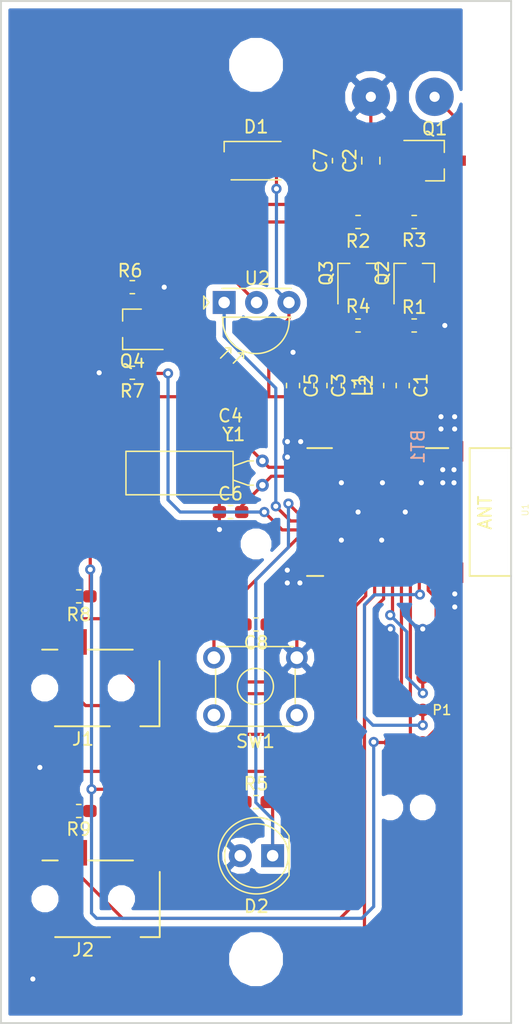
<source format=kicad_pcb>
(kicad_pcb (version 20171130) (host pcbnew 5.0.0-fee4fd1~66~ubuntu16.04.1)

  (general
    (thickness 1.6)
    (drawings 8)
    (tracks 332)
    (zones 0)
    (modules 35)
    (nets 49)
  )

  (page A4)
  (layers
    (0 F.Cu signal)
    (31 B.Cu signal)
    (32 B.Adhes user)
    (33 F.Adhes user)
    (34 B.Paste user)
    (35 F.Paste user)
    (36 B.SilkS user)
    (37 F.SilkS user)
    (38 B.Mask user)
    (39 F.Mask user)
    (40 Dwgs.User user)
    (41 Cmts.User user)
    (42 Eco1.User user)
    (43 Eco2.User user)
    (44 Edge.Cuts user)
    (45 Margin user)
    (46 B.CrtYd user)
    (47 F.CrtYd user)
    (48 B.Fab user)
    (49 F.Fab user hide)
  )

  (setup
    (last_trace_width 0.25)
    (trace_clearance 0.2)
    (zone_clearance 0.508)
    (zone_45_only no)
    (trace_min 0.2)
    (segment_width 0.2)
    (edge_width 0.15)
    (via_size 0.8)
    (via_drill 0.4)
    (via_min_size 0.4)
    (via_min_drill 0.3)
    (uvia_size 0.3)
    (uvia_drill 0.1)
    (uvias_allowed no)
    (uvia_min_size 0.2)
    (uvia_min_drill 0.1)
    (pcb_text_width 0.3)
    (pcb_text_size 1.5 1.5)
    (mod_edge_width 0.15)
    (mod_text_size 1 1)
    (mod_text_width 0.15)
    (pad_size 1.524 1.524)
    (pad_drill 0.762)
    (pad_to_mask_clearance 0.2)
    (aux_axis_origin 0 0)
    (visible_elements FFFFFF7F)
    (pcbplotparams
      (layerselection 0x010fc_ffffffff)
      (usegerberextensions false)
      (usegerberattributes false)
      (usegerberadvancedattributes false)
      (creategerberjobfile false)
      (excludeedgelayer true)
      (linewidth 0.100000)
      (plotframeref false)
      (viasonmask false)
      (mode 1)
      (useauxorigin false)
      (hpglpennumber 1)
      (hpglpenspeed 20)
      (hpglpendiameter 15.000000)
      (psnegative false)
      (psa4output false)
      (plotreference true)
      (plotvalue true)
      (plotinvisibletext false)
      (padsonsilk false)
      (subtractmaskfromsilk false)
      (outputformat 1)
      (mirror false)
      (drillshape 1)
      (scaleselection 1)
      (outputdirectory ""))
  )

  (net 0 "")
  (net 1 "Net-(BT1-Pad1)")
  (net 2 GND)
  (net 3 VDD)
  (net 4 "Net-(D1-Pad2)")
  (net 5 "Net-(D1-Pad4)")
  (net 6 /LIGHT_SENSE)
  (net 7 /CAM_JACK)
  (net 8 /TRIGGER)
  (net 9 /FOCUS)
  (net 10 /RX_UARTRX)
  (net 11 /RX_UARTTX)
  (net 12 /UART_JACK)
  (net 13 /SWDIO)
  (net 14 /SWDCLK)
  (net 15 /RESET)
  (net 16 /GPIO2)
  (net 17 /RX)
  (net 18 /GPIO1)
  (net 19 /TX)
  (net 20 /LED_GREEN)
  (net 21 "Net-(Q2-Pad3)")
  (net 22 "Net-(Q3-Pad3)")
  (net 23 /LED_RED)
  (net 24 "Net-(Q4-Pad3)")
  (net 25 /RX_EN)
  (net 26 /BUTTON)
  (net 27 "Net-(SW1-Pad2)")
  (net 28 "Net-(SW1-Pad1)")
  (net 29 "Net-(U1-Pad41)")
  (net 30 "Net-(U1-Pad40)")
  (net 31 "Net-(U1-Pad38)")
  (net 32 "Net-(U1-Pad23)")
  (net 33 "Net-(U1-Pad22)")
  (net 34 /RX_OUT)
  (net 35 "Net-(U1-Pad16)")
  (net 36 "Net-(U1-Pad15)")
  (net 37 /LFCLK_XL2)
  (net 38 /LFCLK_XL1)
  (net 39 /DCC)
  (net 40 /DEC4)
  (net 41 "Net-(U1-Pad7)")
  (net 42 "Net-(U1-Pad6)")
  (net 43 "Net-(L1-Pad2)")
  (net 44 "Net-(J1-Pad10)")
  (net 45 "Net-(J2-Pad10)")
  (net 46 "Net-(U1-Pad17)")
  (net 47 "Net-(U1-Pad5)")
  (net 48 "Net-(U1-Pad4)")

  (net_class Default "This is the default net class."
    (clearance 0.2)
    (trace_width 0.25)
    (via_dia 0.8)
    (via_drill 0.4)
    (uvia_dia 0.3)
    (uvia_drill 0.1)
    (add_net /BUTTON)
    (add_net /CAM_JACK)
    (add_net /DCC)
    (add_net /DEC4)
    (add_net /FOCUS)
    (add_net /GPIO1)
    (add_net /GPIO2)
    (add_net /LED_GREEN)
    (add_net /LED_RED)
    (add_net /LFCLK_XL1)
    (add_net /LFCLK_XL2)
    (add_net /LIGHT_SENSE)
    (add_net /RESET)
    (add_net /RX)
    (add_net /RX_EN)
    (add_net /RX_OUT)
    (add_net /RX_UARTRX)
    (add_net /RX_UARTTX)
    (add_net /SWDCLK)
    (add_net /SWDIO)
    (add_net /TRIGGER)
    (add_net /TX)
    (add_net /UART_JACK)
    (add_net GND)
    (add_net "Net-(BT1-Pad1)")
    (add_net "Net-(D1-Pad2)")
    (add_net "Net-(D1-Pad4)")
    (add_net "Net-(J1-Pad10)")
    (add_net "Net-(J2-Pad10)")
    (add_net "Net-(L1-Pad2)")
    (add_net "Net-(Q2-Pad3)")
    (add_net "Net-(Q3-Pad3)")
    (add_net "Net-(Q4-Pad3)")
    (add_net "Net-(SW1-Pad1)")
    (add_net "Net-(SW1-Pad2)")
    (add_net "Net-(U1-Pad15)")
    (add_net "Net-(U1-Pad16)")
    (add_net "Net-(U1-Pad17)")
    (add_net "Net-(U1-Pad22)")
    (add_net "Net-(U1-Pad23)")
    (add_net "Net-(U1-Pad38)")
    (add_net "Net-(U1-Pad4)")
    (add_net "Net-(U1-Pad40)")
    (add_net "Net-(U1-Pad41)")
    (add_net "Net-(U1-Pad5)")
    (add_net "Net-(U1-Pad6)")
    (add_net "Net-(U1-Pad7)")
    (add_net VDD)
  )

  (module senseBeRx_rev1_fp:prog_connect (layer F.Cu) (tedit 5BAB6F28) (tstamp 5BAA4C6F)
    (at 131.8 125.5 90)
    (descr "Tag-Connect programming header; http://www.tag-connect.com/Materials/TC2050-IDC-NL%20Datasheet.pdf")
    (tags "tag connect programming header pogo pins")
    (path /5A86DAE8)
    (attr virtual)
    (fp_text reference P1 (at 0 2.770002 -180) (layer F.SilkS)
      (effects (font (size 0.762 0.762) (thickness 0.127)))
    )
    (fp_text value CONN_02X05 (at 0 -2.4 90) (layer F.Fab)
      (effects (font (size 0.762 0.762) (thickness 0.127)))
    )
    (fp_line (start -4.75 2) (end -4.75 -2) (layer F.CrtYd) (width 0.05))
    (fp_line (start 4.75 2) (end -4.75 2) (layer F.CrtYd) (width 0.05))
    (fp_line (start 4.75 -2) (end 4.75 2) (layer F.CrtYd) (width 0.05))
    (fp_line (start -4.75 -2) (end 4.75 -2) (layer F.CrtYd) (width 0.05))
    (fp_text user %R (at 0 0 90) (layer F.Fab)
      (effects (font (size 1 1) (thickness 0.15)))
    )
    (pad "" np_thru_hole circle (at 7.62 1.27 90) (size 1 1) (drill 1) (layers *.Cu *.Mask))
    (pad "" np_thru_hole circle (at -7.62 -1.27 90) (size 1 1) (drill 1) (layers *.Cu *.Mask))
    (pad 1 connect circle (at -5.08 1.27 90) (size 1 1) (layers F.Cu F.Mask)
      (net 13 /SWDIO))
    (pad 3 connect circle (at -2.54 1.27 90) (size 1 1) (layers F.Cu F.Mask)
      (net 14 /SWDCLK))
    (pad 5 connect circle (at 0 1.27 90) (size 1 1) (layers F.Cu F.Mask)
      (net 15 /RESET))
    (pad 7 connect circle (at 2.54 1.27 90) (size 1 1) (layers F.Cu F.Mask)
      (net 16 /GPIO2))
    (pad 9 connect circle (at 5.08 1.27 90) (size 1 1) (layers F.Cu F.Mask)
      (net 2 GND))
    (pad 10 connect circle (at 5.08 -1.27 90) (size 1 1) (layers F.Cu F.Mask)
      (net 2 GND))
    (pad 8 connect circle (at 2.54 -1.27 90) (size 1 1) (layers F.Cu F.Mask)
      (net 17 /RX))
    (pad 6 connect circle (at 0 -1.27 90) (size 1 1) (layers F.Cu F.Mask)
      (net 18 /GPIO1))
    (pad 4 connect circle (at -2.54 -1.27 90) (size 1 1) (layers F.Cu F.Mask)
      (net 3 VDD))
    (pad 2 connect circle (at -5.08 -1.27 90) (size 1 1) (layers F.Cu F.Mask)
      (net 19 /TX))
    (pad "" np_thru_hole circle (at -7.62 1.27 90) (size 1 1) (drill 1) (layers *.Cu *.Mask))
  )

  (module senseBeRx_rev1_fp:BT_Symbol (layer B.Cu) (tedit 5BAB27F4) (tstamp 5BAB1F83)
    (at 120 112.5 90)
    (path /5A868475)
    (fp_text reference BT1 (at 7.62 12.7 90) (layer B.SilkS)
      (effects (font (size 1 1) (thickness 0.15)) (justify mirror))
    )
    (fp_text value Battery (at 0 12.7 90) (layer B.Fab)
      (effects (font (size 1 1) (thickness 0.15)) (justify mirror))
    )
    (fp_circle (center 0 0) (end 1.4 0) (layer B.Fab) (width 0.15))
    (fp_line (start -29.21 16.51) (end -29.21 -16.51) (layer B.Fab) (width 0.15))
    (fp_line (start -29.21 -16.51) (end 29.21 -16.51) (layer B.Fab) (width 0.15))
    (fp_line (start 29.21 -16.51) (end 29.21 16.51) (layer B.Fab) (width 0.15))
    (fp_line (start 29.21 16.51) (end -29.21 16.51) (layer B.Fab) (width 0.15))
    (fp_line (start -29.21 16.51) (end -29.21 -16.51) (layer B.CrtYd) (width 0.15))
    (fp_line (start -29.21 -16.51) (end 29.21 -16.51) (layer B.CrtYd) (width 0.15))
    (fp_line (start 29.21 -16.51) (end 29.21 16.51) (layer B.CrtYd) (width 0.15))
    (fp_line (start 29.21 16.51) (end -29.21 16.51) (layer B.CrtYd) (width 0.15))
    (pad "" np_thru_hole circle (at 0 0 90) (size 1.4 1.4) (drill 1.4) (layers *.Cu *.Mask))
    (pad 1 thru_hole circle (at 35 14 90) (size 3 3) (drill 0.8) (layers *.Cu *.Mask)
      (net 1 "Net-(BT1-Pad1)"))
    (pad 2 thru_hole circle (at 35 9 90) (size 3 3) (drill 0.8) (layers *.Cu *.Mask)
      (net 2 GND))
  )

  (module senseBeRx_rev1_fp:SJ2-35863B1-SMT (layer F.Cu) (tedit 59F8918A) (tstamp 5BAA571D)
    (at 100.45 140.27)
    (path /5BA7C1CA)
    (fp_text reference J2 (at 6 4) (layer F.SilkS)
      (effects (font (size 1 1) (thickness 0.15)))
    )
    (fp_text value SJ2-35863B1-SMT (at 0 -3.2) (layer F.Fab)
      (effects (font (size 1 1) (thickness 0.15)))
    )
    (fp_line (start 2.8 -3) (end 4 -3) (layer F.SilkS) (width 0.15))
    (fp_line (start 6.4 -3) (end 9.9 -3) (layer F.SilkS) (width 0.15))
    (fp_line (start 3.8 3) (end 8.1 3) (layer F.SilkS) (width 0.15))
    (fp_line (start 12 3) (end 12 -2.1) (layer F.SilkS) (width 0.15))
    (fp_line (start 10.5 3) (end 12 3) (layer F.SilkS) (width 0.15))
    (pad 1 smd rect (at 2.6 3.6) (size 2.2 2) (layers F.Cu F.Paste F.Mask)
      (net 2 GND))
    (pad 2 smd rect (at 9.3 3.6) (size 2.2 2) (layers F.Cu F.Paste F.Mask)
      (net 11 /RX_UARTTX))
    (pad 4 smd rect (at 1.6 -3.6) (size 2.2 2) (layers F.Cu F.Paste F.Mask)
      (net 12 /UART_JACK))
    (pad 3 smd rect (at 5.2 -3.6) (size 2.2 2) (layers F.Cu F.Paste F.Mask)
      (net 10 /RX_UARTRX))
    (pad 10 smd rect (at 11.1 -3.4) (size 2.2 2.4) (layers F.Cu F.Paste F.Mask)
      (net 45 "Net-(J2-Pad10)"))
    (pad "" np_thru_hole circle (at 9 0) (size 1.1 1.1) (drill 1.1) (layers *.Cu *.Mask))
    (pad "" np_thru_hole circle (at 3 0) (size 1.1 1.1) (drill 1.1) (layers *.Cu *.Mask))
    (model sj2-35894b-smt-tr.wrl
      (at (xyz 0 0 0))
      (scale (xyz 1 1 1))
      (rotate (xyz 0 0 0))
    )
  )

  (module Resistor_SMD:R_0603_1608Metric_Pad1.05x0.95mm_HandSolder (layer F.Cu) (tedit 5B301BBD) (tstamp 5BCCC145)
    (at 106.1 133.4 180)
    (descr "Resistor SMD 0603 (1608 Metric), square (rectangular) end terminal, IPC_7351 nominal with elongated pad for handsoldering. (Body size source: http://www.tortai-tech.com/upload/download/2011102023233369053.pdf), generated with kicad-footprint-generator")
    (tags "resistor handsolder")
    (path /5BAC6FC3)
    (attr smd)
    (fp_text reference R9 (at 0 -1.43 180) (layer F.SilkS)
      (effects (font (size 1 1) (thickness 0.15)))
    )
    (fp_text value 100k (at 0 1.43 180) (layer F.Fab)
      (effects (font (size 1 1) (thickness 0.15)))
    )
    (fp_line (start -0.8 0.4) (end -0.8 -0.4) (layer F.Fab) (width 0.1))
    (fp_line (start -0.8 -0.4) (end 0.8 -0.4) (layer F.Fab) (width 0.1))
    (fp_line (start 0.8 -0.4) (end 0.8 0.4) (layer F.Fab) (width 0.1))
    (fp_line (start 0.8 0.4) (end -0.8 0.4) (layer F.Fab) (width 0.1))
    (fp_line (start -0.171267 -0.51) (end 0.171267 -0.51) (layer F.SilkS) (width 0.12))
    (fp_line (start -0.171267 0.51) (end 0.171267 0.51) (layer F.SilkS) (width 0.12))
    (fp_line (start -1.65 0.73) (end -1.65 -0.73) (layer F.CrtYd) (width 0.05))
    (fp_line (start -1.65 -0.73) (end 1.65 -0.73) (layer F.CrtYd) (width 0.05))
    (fp_line (start 1.65 -0.73) (end 1.65 0.73) (layer F.CrtYd) (width 0.05))
    (fp_line (start 1.65 0.73) (end -1.65 0.73) (layer F.CrtYd) (width 0.05))
    (fp_text user %R (at 0 0 180) (layer F.Fab)
      (effects (font (size 0.4 0.4) (thickness 0.06)))
    )
    (pad 1 smd roundrect (at -0.875 0 180) (size 1.05 0.95) (layers F.Cu F.Paste F.Mask) (roundrect_rratio 0.25)
      (net 3 VDD))
    (pad 2 smd roundrect (at 0.875 0 180) (size 1.05 0.95) (layers F.Cu F.Paste F.Mask) (roundrect_rratio 0.25)
      (net 12 /UART_JACK))
    (model ${KISYS3DMOD}/Resistor_SMD.3dshapes/R_0603_1608Metric.wrl
      (at (xyz 0 0 0))
      (scale (xyz 1 1 1))
      (rotate (xyz 0 0 0))
    )
  )

  (module senseBeRx_rev1_fp:SJ2-35863B1-SMT (layer F.Cu) (tedit 59F8918A) (tstamp 5BAB84AC)
    (at 100.43 123.77)
    (path /5BA7C082)
    (fp_text reference J1 (at 6 4) (layer F.SilkS)
      (effects (font (size 1 1) (thickness 0.15)))
    )
    (fp_text value SJ2-35863B1-SMT (at 0 -3.2) (layer F.Fab)
      (effects (font (size 1 1) (thickness 0.15)))
    )
    (fp_line (start 10.5 3) (end 12 3) (layer F.SilkS) (width 0.15))
    (fp_line (start 12 3) (end 12 -2.1) (layer F.SilkS) (width 0.15))
    (fp_line (start 3.8 3) (end 8.1 3) (layer F.SilkS) (width 0.15))
    (fp_line (start 6.4 -3) (end 9.9 -3) (layer F.SilkS) (width 0.15))
    (fp_line (start 2.8 -3) (end 4 -3) (layer F.SilkS) (width 0.15))
    (pad "" np_thru_hole circle (at 3 0) (size 1.1 1.1) (drill 1.1) (layers *.Cu *.Mask))
    (pad "" np_thru_hole circle (at 9 0) (size 1.1 1.1) (drill 1.1) (layers *.Cu *.Mask))
    (pad 10 smd rect (at 11.1 -3.4) (size 2.2 2.4) (layers F.Cu F.Paste F.Mask)
      (net 44 "Net-(J1-Pad10)"))
    (pad 3 smd rect (at 5.2 -3.6) (size 2.2 2) (layers F.Cu F.Paste F.Mask)
      (net 9 /FOCUS))
    (pad 4 smd rect (at 1.6 -3.6) (size 2.2 2) (layers F.Cu F.Paste F.Mask)
      (net 7 /CAM_JACK))
    (pad 2 smd rect (at 9.3 3.6) (size 2.2 2) (layers F.Cu F.Paste F.Mask)
      (net 8 /TRIGGER))
    (pad 1 smd rect (at 2.6 3.6) (size 2.2 2) (layers F.Cu F.Paste F.Mask)
      (net 2 GND))
    (model sj2-35894b-smt-tr.wrl
      (at (xyz 0 0 0))
      (scale (xyz 1 1 1))
      (rotate (xyz 0 0 0))
    )
  )

  (module senseBeRx_rev1_fp:LED_APBD3224SURKCGKC-F01 (layer F.Cu) (tedit 5BAA0445) (tstamp 5BAA21AF)
    (at 120 82.5)
    (descr https://docs.broadcom.com/docs/AV02-4186EN)
    (tags "LED Avago PLCC-4 ASMB-MTB0-0A3A2")
    (path /5BA559EF)
    (attr smd)
    (fp_text reference D1 (at 0 -2.65) (layer F.SilkS)
      (effects (font (size 1 1) (thickness 0.15)))
    )
    (fp_text value " APBD3224SURKCGKC-F01" (at 0 2.65) (layer F.Fab)
      (effects (font (size 1 1) (thickness 0.15)))
    )
    (fp_text user %R (at 0 0) (layer F.Fab)
      (effects (font (size 0.5 0.5) (thickness 0.075)))
    )
    (fp_line (start -0.6 -1.4) (end -1.6 -0.4) (layer F.Fab) (width 0.1))
    (fp_line (start -1.6 -1.4) (end -1.6 1.4) (layer F.Fab) (width 0.1))
    (fp_line (start -1.6 1.4) (end 1.6 1.4) (layer F.Fab) (width 0.1))
    (fp_line (start 1.6 1.4) (end 1.6 -1.4) (layer F.Fab) (width 0.1))
    (fp_line (start 1.6 -1.4) (end -1.6 -1.4) (layer F.Fab) (width 0.1))
    (fp_line (start -2.5 -0.7) (end -2.5 -1.5) (layer F.SilkS) (width 0.12))
    (fp_line (start -2.500044 -1.5) (end 1.95 -1.5) (layer F.SilkS) (width 0.12))
    (fp_line (start -1.95 1.5) (end 1.95 1.5) (layer F.SilkS) (width 0.12))
    (fp_line (start -2.5 -1.65) (end 2.5 -1.65) (layer F.CrtYd) (width 0.05))
    (fp_line (start -2.5 -1.65) (end -2.5 1.65) (layer F.CrtYd) (width 0.05))
    (fp_line (start 2.5 1.65) (end 2.5 -1.65) (layer F.CrtYd) (width 0.05))
    (fp_line (start 2.5 1.65) (end -2.5 1.65) (layer F.CrtYd) (width 0.05))
    (fp_circle (center 0 0) (end 1.12 0) (layer F.Fab) (width 0.1))
    (pad 2 smd rect (at -1.6 -0.7) (size 1.6 0.8) (layers F.Cu F.Paste F.Mask)
      (net 4 "Net-(D1-Pad2)"))
    (pad 1 smd rect (at 1.6 -0.7) (size 1.6 0.8) (layers F.Cu F.Paste F.Mask)
      (net 3 VDD))
    (pad 3 smd rect (at 1.6 0.7) (size 1.6 0.8) (layers F.Cu F.Paste F.Mask)
      (net 3 VDD))
    (pad 4 smd rect (at -1.6 0.7) (size 1.6 0.8) (layers F.Cu F.Paste F.Mask)
      (net 5 "Net-(D1-Pad4)"))
    (model ${KISYS3DMOD}/LED_SMD.3dshapes/LED_Avago_PLCC4_3.2x2.8mm_CW.wrl
      (at (xyz 0 0 0))
      (scale (xyz 1 1 1))
      (rotate (xyz 0 0 0))
    )
  )

  (module LED_THT:LED_D5.0mm (layer F.Cu) (tedit 5995936A) (tstamp 5BC0ABDC)
    (at 121.3 136.9 180)
    (descr "LED, diameter 5.0mm, 2 pins, http://cdn-reichelt.de/documents/datenblatt/A500/LL-504BC2E-009.pdf")
    (tags "LED diameter 5.0mm 2 pins")
    (path /5BA62392)
    (fp_text reference D2 (at 1.27 -3.96 180) (layer F.SilkS)
      (effects (font (size 1 1) (thickness 0.15)))
    )
    (fp_text value D_Photo (at 1.27 3.96 180) (layer F.Fab)
      (effects (font (size 1 1) (thickness 0.15)))
    )
    (fp_arc (start 1.27 0) (end -1.23 -1.469694) (angle 299.1) (layer F.Fab) (width 0.1))
    (fp_arc (start 1.27 0) (end -1.29 -1.54483) (angle 148.9) (layer F.SilkS) (width 0.12))
    (fp_arc (start 1.27 0) (end -1.29 1.54483) (angle -148.9) (layer F.SilkS) (width 0.12))
    (fp_circle (center 1.27 0) (end 3.77 0) (layer F.Fab) (width 0.1))
    (fp_circle (center 1.27 0) (end 3.77 0) (layer F.SilkS) (width 0.12))
    (fp_line (start -1.23 -1.469694) (end -1.23 1.469694) (layer F.Fab) (width 0.1))
    (fp_line (start -1.29 -1.545) (end -1.29 1.545) (layer F.SilkS) (width 0.12))
    (fp_line (start -1.95 -3.25) (end -1.95 3.25) (layer F.CrtYd) (width 0.05))
    (fp_line (start -1.95 3.25) (end 4.5 3.25) (layer F.CrtYd) (width 0.05))
    (fp_line (start 4.5 3.25) (end 4.5 -3.25) (layer F.CrtYd) (width 0.05))
    (fp_line (start 4.5 -3.25) (end -1.95 -3.25) (layer F.CrtYd) (width 0.05))
    (fp_text user %R (at 1.25 0 180) (layer F.Fab)
      (effects (font (size 0.8 0.8) (thickness 0.2)))
    )
    (pad 1 thru_hole rect (at 0 0 180) (size 1.8 1.8) (drill 0.9) (layers *.Cu *.Mask)
      (net 6 /LIGHT_SENSE))
    (pad 2 thru_hole circle (at 2.54 0 180) (size 1.8 1.8) (drill 0.9) (layers *.Cu *.Mask)
      (net 2 GND))
    (model ${KISYS3DMOD}/LED_THT.3dshapes/LED_D5.0mm.wrl
      (at (xyz 0 0 0))
      (scale (xyz 1 1 1))
      (rotate (xyz 0 0 0))
    )
  )

  (module MountingHole:MountingHole_3.2mm_M3 locked (layer F.Cu) (tedit 5BAB6ECE) (tstamp 5BA9DA14)
    (at 120 75)
    (descr "Mounting Hole 3.2mm, no annular, M3")
    (tags "mounting hole 3.2mm no annular m3")
    (path /5A86D851)
    (attr virtual)
    (fp_text reference "" (at 5.5 0) (layer F.SilkS)
      (effects (font (size 1 1) (thickness 0.15)))
    )
    (fp_text value Mounting_Hole (at 0 4.2) (layer F.Fab)
      (effects (font (size 1 1) (thickness 0.15)))
    )
    (fp_circle (center 0 0) (end 3.45 0) (layer F.CrtYd) (width 0.05))
    (fp_circle (center 0 0) (end 3.2 0) (layer Cmts.User) (width 0.15))
    (fp_text user %R (at 0.3 0) (layer F.Fab)
      (effects (font (size 1 1) (thickness 0.15)))
    )
    (pad 1 np_thru_hole circle (at 0 0) (size 3.2 3.2) (drill 3.2) (layers *.Cu *.Mask))
  )

  (module MountingHole:MountingHole_3.2mm_M3 locked (layer F.Cu) (tedit 5BAB6ED4) (tstamp 5BA9D979)
    (at 120 145)
    (descr "Mounting Hole 3.2mm, no annular, M3")
    (tags "mounting hole 3.2mm no annular m3")
    (path /5A86FCEA)
    (attr virtual)
    (fp_text reference "" (at 5.5 0) (layer F.SilkS)
      (effects (font (size 1 1) (thickness 0.15)))
    )
    (fp_text value Mounting_Hole (at 0 4.2) (layer F.Fab)
      (effects (font (size 1 1) (thickness 0.15)))
    )
    (fp_text user %R (at 0.3 0) (layer F.Fab)
      (effects (font (size 1 1) (thickness 0.15)))
    )
    (fp_circle (center 0 0) (end 3.2 0) (layer Cmts.User) (width 0.15))
    (fp_circle (center 0 0) (end 3.45 0) (layer F.CrtYd) (width 0.05))
    (pad 1 np_thru_hole circle (at 0 0) (size 3.2 3.2) (drill 3.2) (layers *.Cu *.Mask))
  )

  (module Package_TO_SOT_SMD:SOT-23_Handsoldering (layer F.Cu) (tedit 5A0AB76C) (tstamp 5BA9D7CC)
    (at 134 82.5)
    (descr "SOT-23, Handsoldering")
    (tags SOT-23)
    (path /5A8BFDEB)
    (attr smd)
    (fp_text reference Q1 (at 0 -2.5) (layer F.SilkS)
      (effects (font (size 1 1) (thickness 0.15)))
    )
    (fp_text value TSM2301 (at 0 2.5) (layer F.Fab)
      (effects (font (size 1 1) (thickness 0.15)))
    )
    (fp_text user %R (at 0 0 90) (layer F.Fab)
      (effects (font (size 0.5 0.5) (thickness 0.075)))
    )
    (fp_line (start 0.76 1.58) (end 0.76 0.65) (layer F.SilkS) (width 0.12))
    (fp_line (start 0.76 -1.58) (end 0.76 -0.65) (layer F.SilkS) (width 0.12))
    (fp_line (start -2.7 -1.75) (end 2.7 -1.75) (layer F.CrtYd) (width 0.05))
    (fp_line (start 2.7 -1.75) (end 2.7 1.75) (layer F.CrtYd) (width 0.05))
    (fp_line (start 2.7 1.75) (end -2.7 1.75) (layer F.CrtYd) (width 0.05))
    (fp_line (start -2.7 1.75) (end -2.7 -1.75) (layer F.CrtYd) (width 0.05))
    (fp_line (start 0.76 -1.58) (end -2.4 -1.58) (layer F.SilkS) (width 0.12))
    (fp_line (start -0.7 -0.95) (end -0.7 1.5) (layer F.Fab) (width 0.1))
    (fp_line (start -0.15 -1.52) (end 0.7 -1.52) (layer F.Fab) (width 0.1))
    (fp_line (start -0.7 -0.95) (end -0.15 -1.52) (layer F.Fab) (width 0.1))
    (fp_line (start 0.7 -1.52) (end 0.7 1.52) (layer F.Fab) (width 0.1))
    (fp_line (start -0.7 1.52) (end 0.7 1.52) (layer F.Fab) (width 0.1))
    (fp_line (start 0.76 1.58) (end -0.7 1.58) (layer F.SilkS) (width 0.12))
    (pad 1 smd rect (at -1.5 -0.95) (size 1.9 0.8) (layers F.Cu F.Paste F.Mask)
      (net 2 GND))
    (pad 2 smd rect (at -1.5 0.95) (size 1.9 0.8) (layers F.Cu F.Paste F.Mask)
      (net 3 VDD))
    (pad 3 smd rect (at 1.5 0) (size 1.9 0.8) (layers F.Cu F.Paste F.Mask)
      (net 1 "Net-(BT1-Pad1)"))
    (model ${KISYS3DMOD}/Package_TO_SOT_SMD.3dshapes/SOT-23.wrl
      (at (xyz 0 0 0))
      (scale (xyz 1 1 1))
      (rotate (xyz 0 0 0))
    )
  )

  (module Package_TO_SOT_SMD:SOT-23_Handsoldering (layer F.Cu) (tedit 5A0AB76C) (tstamp 5BAB1EB0)
    (at 132.4 91.3 90)
    (descr "SOT-23, Handsoldering")
    (tags SOT-23)
    (path /5BA59F79)
    (attr smd)
    (fp_text reference Q2 (at 0 -2.5 90) (layer F.SilkS)
      (effects (font (size 1 1) (thickness 0.15)))
    )
    (fp_text value SI2302 (at 0 2.5 90) (layer F.Fab)
      (effects (font (size 1 1) (thickness 0.15)))
    )
    (fp_text user %R (at 0 0 180) (layer F.Fab)
      (effects (font (size 0.5 0.5) (thickness 0.075)))
    )
    (fp_line (start 0.76 1.58) (end 0.76 0.65) (layer F.SilkS) (width 0.12))
    (fp_line (start 0.76 -1.58) (end 0.76 -0.65) (layer F.SilkS) (width 0.12))
    (fp_line (start -2.7 -1.75) (end 2.7 -1.75) (layer F.CrtYd) (width 0.05))
    (fp_line (start 2.7 -1.75) (end 2.7 1.75) (layer F.CrtYd) (width 0.05))
    (fp_line (start 2.7 1.75) (end -2.7 1.75) (layer F.CrtYd) (width 0.05))
    (fp_line (start -2.7 1.75) (end -2.7 -1.75) (layer F.CrtYd) (width 0.05))
    (fp_line (start 0.76 -1.58) (end -2.4 -1.58) (layer F.SilkS) (width 0.12))
    (fp_line (start -0.7 -0.95) (end -0.7 1.5) (layer F.Fab) (width 0.1))
    (fp_line (start -0.15 -1.52) (end 0.7 -1.52) (layer F.Fab) (width 0.1))
    (fp_line (start -0.7 -0.95) (end -0.15 -1.52) (layer F.Fab) (width 0.1))
    (fp_line (start 0.7 -1.52) (end 0.7 1.52) (layer F.Fab) (width 0.1))
    (fp_line (start -0.7 1.52) (end 0.7 1.52) (layer F.Fab) (width 0.1))
    (fp_line (start 0.76 1.58) (end -0.7 1.58) (layer F.SilkS) (width 0.12))
    (pad 1 smd rect (at -1.5 -0.95 90) (size 1.9 0.8) (layers F.Cu F.Paste F.Mask)
      (net 20 /LED_GREEN))
    (pad 2 smd rect (at -1.5 0.95 90) (size 1.9 0.8) (layers F.Cu F.Paste F.Mask)
      (net 2 GND))
    (pad 3 smd rect (at 1.5 0 90) (size 1.9 0.8) (layers F.Cu F.Paste F.Mask)
      (net 21 "Net-(Q2-Pad3)"))
    (model ${KISYS3DMOD}/Package_TO_SOT_SMD.3dshapes/SOT-23.wrl
      (at (xyz 0 0 0))
      (scale (xyz 1 1 1))
      (rotate (xyz 0 0 0))
    )
  )

  (module Package_TO_SOT_SMD:SOT-23_Handsoldering (layer F.Cu) (tedit 5A0AB76C) (tstamp 5BAB1F4C)
    (at 128 91.3 90)
    (descr "SOT-23, Handsoldering")
    (tags SOT-23)
    (path /5BA595BA)
    (attr smd)
    (fp_text reference Q3 (at 0 -2.5 90) (layer F.SilkS)
      (effects (font (size 1 1) (thickness 0.15)))
    )
    (fp_text value SI2302 (at 0 2.5 90) (layer F.Fab)
      (effects (font (size 1 1) (thickness 0.15)))
    )
    (fp_line (start 0.76 1.58) (end -0.7 1.58) (layer F.SilkS) (width 0.12))
    (fp_line (start -0.7 1.52) (end 0.7 1.52) (layer F.Fab) (width 0.1))
    (fp_line (start 0.7 -1.52) (end 0.7 1.52) (layer F.Fab) (width 0.1))
    (fp_line (start -0.7 -0.95) (end -0.15 -1.52) (layer F.Fab) (width 0.1))
    (fp_line (start -0.15 -1.52) (end 0.7 -1.52) (layer F.Fab) (width 0.1))
    (fp_line (start -0.7 -0.95) (end -0.7 1.5) (layer F.Fab) (width 0.1))
    (fp_line (start 0.76 -1.58) (end -2.4 -1.58) (layer F.SilkS) (width 0.12))
    (fp_line (start -2.7 1.75) (end -2.7 -1.75) (layer F.CrtYd) (width 0.05))
    (fp_line (start 2.7 1.75) (end -2.7 1.75) (layer F.CrtYd) (width 0.05))
    (fp_line (start 2.7 -1.75) (end 2.7 1.75) (layer F.CrtYd) (width 0.05))
    (fp_line (start -2.7 -1.75) (end 2.7 -1.75) (layer F.CrtYd) (width 0.05))
    (fp_line (start 0.76 -1.58) (end 0.76 -0.65) (layer F.SilkS) (width 0.12))
    (fp_line (start 0.76 1.58) (end 0.76 0.65) (layer F.SilkS) (width 0.12))
    (fp_text user %R (at 0 0 180) (layer F.Fab)
      (effects (font (size 0.5 0.5) (thickness 0.075)))
    )
    (pad 3 smd rect (at 1.5 0 90) (size 1.9 0.8) (layers F.Cu F.Paste F.Mask)
      (net 22 "Net-(Q3-Pad3)"))
    (pad 2 smd rect (at -1.5 0.95 90) (size 1.9 0.8) (layers F.Cu F.Paste F.Mask)
      (net 2 GND))
    (pad 1 smd rect (at -1.5 -0.95 90) (size 1.9 0.8) (layers F.Cu F.Paste F.Mask)
      (net 23 /LED_RED))
    (model ${KISYS3DMOD}/Package_TO_SOT_SMD.3dshapes/SOT-23.wrl
      (at (xyz 0 0 0))
      (scale (xyz 1 1 1))
      (rotate (xyz 0 0 0))
    )
  )

  (module Package_TO_SOT_SMD:SOT-23_Handsoldering (layer F.Cu) (tedit 5A0AB76C) (tstamp 5BAA408C)
    (at 110.3 95.7 180)
    (descr "SOT-23, Handsoldering")
    (tags SOT-23)
    (path /5BA4FCEF)
    (attr smd)
    (fp_text reference Q4 (at 0 -2.5 180) (layer F.SilkS)
      (effects (font (size 1 1) (thickness 0.15)))
    )
    (fp_text value SI2302 (at 0 2.5 180) (layer F.Fab)
      (effects (font (size 1 1) (thickness 0.15)))
    )
    (fp_line (start 0.76 1.58) (end -0.7 1.58) (layer F.SilkS) (width 0.12))
    (fp_line (start -0.7 1.52) (end 0.7 1.52) (layer F.Fab) (width 0.1))
    (fp_line (start 0.7 -1.52) (end 0.7 1.52) (layer F.Fab) (width 0.1))
    (fp_line (start -0.7 -0.95) (end -0.15 -1.52) (layer F.Fab) (width 0.1))
    (fp_line (start -0.15 -1.52) (end 0.7 -1.52) (layer F.Fab) (width 0.1))
    (fp_line (start -0.7 -0.95) (end -0.7 1.5) (layer F.Fab) (width 0.1))
    (fp_line (start 0.76 -1.58) (end -2.4 -1.58) (layer F.SilkS) (width 0.12))
    (fp_line (start -2.7 1.75) (end -2.7 -1.75) (layer F.CrtYd) (width 0.05))
    (fp_line (start 2.7 1.75) (end -2.7 1.75) (layer F.CrtYd) (width 0.05))
    (fp_line (start 2.7 -1.75) (end 2.7 1.75) (layer F.CrtYd) (width 0.05))
    (fp_line (start -2.7 -1.75) (end 2.7 -1.75) (layer F.CrtYd) (width 0.05))
    (fp_line (start 0.76 -1.58) (end 0.76 -0.65) (layer F.SilkS) (width 0.12))
    (fp_line (start 0.76 1.58) (end 0.76 0.65) (layer F.SilkS) (width 0.12))
    (fp_text user %R (at 0 0 270) (layer F.Fab)
      (effects (font (size 0.5 0.5) (thickness 0.075)))
    )
    (pad 3 smd rect (at 1.5 0 180) (size 1.9 0.8) (layers F.Cu F.Paste F.Mask)
      (net 24 "Net-(Q4-Pad3)"))
    (pad 2 smd rect (at -1.5 0.95 180) (size 1.9 0.8) (layers F.Cu F.Paste F.Mask)
      (net 2 GND))
    (pad 1 smd rect (at -1.5 -0.95 180) (size 1.9 0.8) (layers F.Cu F.Paste F.Mask)
      (net 25 /RX_EN))
    (model ${KISYS3DMOD}/Package_TO_SOT_SMD.3dshapes/SOT-23.wrl
      (at (xyz 0 0 0))
      (scale (xyz 1 1 1))
      (rotate (xyz 0 0 0))
    )
  )

  (module Button_Switch_THT:SW_TH_Tactile_Omron_B3F-10xx (layer F.Cu) (tedit 5A02FE31) (tstamp 5BAA5B56)
    (at 123.2 125.9 180)
    (descr SW_TH_Tactile_Omron_B3F-10xx_https://www.omron.com/ecb/products/pdf/en-b3f.pdf)
    (tags "Omron B3F-10xx")
    (path /5BB09C80)
    (fp_text reference SW1 (at 3.25 -2.05 180) (layer F.SilkS)
      (effects (font (size 1 1) (thickness 0.15)))
    )
    (fp_text value SW_DPST (at 3.2 6.5 180) (layer F.Fab)
      (effects (font (size 1 1) (thickness 0.15)))
    )
    (fp_line (start 0.25 -0.75) (end 0.25 5.25) (layer F.Fab) (width 0.1))
    (fp_line (start 6.25 -0.75) (end 6.25 5.25) (layer F.Fab) (width 0.1))
    (fp_line (start 0.25 -0.75) (end 6.25 -0.75) (layer F.Fab) (width 0.1))
    (fp_text user %R (at 3.25 0.154999 180) (layer F.Fab)
      (effects (font (size 1 1) (thickness 0.15)))
    )
    (fp_line (start 7.65 -1.15) (end -1.1 -1.15) (layer F.CrtYd) (width 0.05))
    (fp_line (start 7.6 5.6) (end 7.6 -1.1) (layer F.CrtYd) (width 0.05))
    (fp_line (start -1.1 5.6) (end 7.6 5.6) (layer F.CrtYd) (width 0.05))
    (fp_line (start -1.1 -1.15) (end -1.1 5.6) (layer F.CrtYd) (width 0.05))
    (fp_circle (center 3.25 2.25) (end 4.25 3.25) (layer F.SilkS) (width 0.12))
    (fp_line (start 0.28 5.37) (end 6.22 5.37) (layer F.SilkS) (width 0.12))
    (fp_line (start 0.28 -0.87) (end 6.22 -0.87) (layer F.SilkS) (width 0.12))
    (fp_line (start 0.13 3.59) (end 0.13 0.91) (layer F.SilkS) (width 0.12))
    (fp_line (start 6.37 0.91) (end 6.37 3.59) (layer F.SilkS) (width 0.12))
    (fp_line (start 0.25 5.25) (end 6.25 5.25) (layer F.Fab) (width 0.1))
    (pad 4 thru_hole circle (at 6.5 4.5 180) (size 1.7 1.7) (drill 1) (layers *.Cu *.Mask)
      (net 26 /BUTTON))
    (pad 3 thru_hole circle (at 0 4.5 180) (size 1.7 1.7) (drill 1) (layers *.Cu *.Mask)
      (net 2 GND))
    (pad 2 thru_hole circle (at 6.5 0 180) (size 1.7 1.7) (drill 1) (layers *.Cu *.Mask)
      (net 27 "Net-(SW1-Pad2)"))
    (pad 1 thru_hole circle (at 0 0 180) (size 1.7 1.7) (drill 1) (layers *.Cu *.Mask)
      (net 28 "Net-(SW1-Pad1)"))
    (model ${KISYS3DMOD}/Button_Switch_THT.3dshapes/SW_TH_Tactile_Omron_B3F-10xx.wrl
      (at (xyz 0 0 0))
      (scale (xyz 1 1 1))
      (rotate (xyz 0 0 0))
    )
  )

  (module senseBeRx_rev1_fp:mdbt42Q locked (layer F.Cu) (tedit 59B2F639) (tstamp 5BA9CE7B)
    (at 130.5 110 270)
    (path /5A8686CF)
    (fp_text reference U1 (at -0.166 -10.606 270) (layer F.SilkS)
      (effects (font (size 0.5 0.5) (thickness 0.05)))
    )
    (fp_text value MDBT42Q (at 0 -1 270) (layer F.Fab) hide
      (effects (font (size 1 1) (thickness 0.15)))
    )
    (fp_text user ANT (at 0.05 -7.45 270) (layer F.SilkS)
      (effects (font (size 1 1) (thickness 0.15)))
    )
    (fp_line (start 5 -6.25) (end -5 -6.25) (layer F.SilkS) (width 0.15))
    (fp_line (start -5 -9.5) (end 5 -9.5) (layer F.SilkS) (width 0.15))
    (fp_line (start -5.0038 -2.8194) (end -5.0038 -4.572) (layer F.SilkS) (width 0.15))
    (fp_line (start -5.0038 -9.4996) (end -5.0038 -6.2484) (layer F.SilkS) (width 0.15))
    (fp_line (start -5.0038 6.477) (end -5.0038 4.5466) (layer F.SilkS) (width 0.15))
    (fp_line (start 5.0038 6.5024) (end 5.0038 5.2324) (layer F.SilkS) (width 0.15))
    (fp_line (start 5.0038 -9.4996) (end 5.0038 -6.2484) (layer F.SilkS) (width 0.15))
    (pad 41 smd rect (at 2.9 -3.35 270) (size 1.2 0.5) (layers F.Cu F.Paste F.Mask)
      (net 29 "Net-(U1-Pad41)"))
    (pad 40 smd rect (at 2.9 -4.75 270) (size 1.2 0.5) (layers F.Cu F.Paste F.Mask)
      (net 30 "Net-(U1-Pad40)"))
    (pad 39 smd rect (at 4.75 -5.3 270) (size 1.6 0.9) (layers F.Cu F.Paste F.Mask)
      (net 2 GND))
    (pad 38 smd rect (at 4.75 -4.4 270) (size 1.6 0.5) (layers F.Cu F.Paste F.Mask)
      (net 31 "Net-(U1-Pad38)"))
    (pad 37 smd rect (at 4.75 -3.7 270) (size 1.6 0.5) (layers F.Cu F.Paste F.Mask)
      (net 13 /SWDIO))
    (pad 36 smd rect (at 4.75 -3 270) (size 1.6 0.5) (layers F.Cu F.Paste F.Mask)
      (net 14 /SWDCLK))
    (pad 35 smd rect (at 4.75 -2.3 270) (size 1.6 0.5) (layers F.Cu F.Paste F.Mask)
      (net 15 /RESET))
    (pad 34 smd rect (at 4.75 -1.6 270) (size 1.6 0.5) (layers F.Cu F.Paste F.Mask)
      (net 19 /TX))
    (pad 33 smd rect (at 4.75 -0.9 270) (size 1.6 0.5) (layers F.Cu F.Paste F.Mask)
      (net 18 /GPIO1))
    (pad 32 smd rect (at 4.75 -0.2 270) (size 1.6 0.5) (layers F.Cu F.Paste F.Mask)
      (net 16 /GPIO2))
    (pad 31 smd rect (at 4.75 0.5 270) (size 1.6 0.5) (layers F.Cu F.Paste F.Mask)
      (net 17 /RX))
    (pad 30 smd rect (at 4.75 1.2 270) (size 1.6 0.5) (layers F.Cu F.Paste F.Mask)
      (net 11 /RX_UARTTX))
    (pad 29 smd rect (at 4.75 1.9 270) (size 1.6 0.5) (layers F.Cu F.Paste F.Mask)
      (net 10 /RX_UARTRX))
    (pad 28 smd rect (at 4.75 2.6 270) (size 1.6 0.5) (layers F.Cu F.Paste F.Mask)
      (net 12 /UART_JACK))
    (pad 27 smd rect (at 4.75 3.3 270) (size 1.6 0.5) (layers F.Cu F.Paste F.Mask)
      (net 8 /TRIGGER))
    (pad 26 smd rect (at 4.75 4 270) (size 1.6 0.5) (layers F.Cu F.Paste F.Mask)
      (net 9 /FOCUS))
    (pad 25 smd rect (at 4.75 4.7 270) (size 1.6 0.5) (layers F.Cu F.Paste F.Mask)
      (net 7 /CAM_JACK))
    (pad 24 smd rect (at 4.2 6.25 270) (size 0.5 1.6) (layers F.Cu F.Paste F.Mask)
      (net 2 GND))
    (pad 23 smd rect (at 3.5 6.25 270) (size 0.5 1.6) (layers F.Cu F.Paste F.Mask)
      (net 32 "Net-(U1-Pad23)"))
    (pad 22 smd rect (at 2.8 6.25 270) (size 0.5 1.6) (layers F.Cu F.Paste F.Mask)
      (net 33 "Net-(U1-Pad22)"))
    (pad 21 smd rect (at 2.1 6.25 270) (size 0.5 1.6) (layers F.Cu F.Paste F.Mask)
      (net 26 /BUTTON))
    (pad 20 smd rect (at 1.4 6.25 270) (size 0.5 1.6) (layers F.Cu F.Paste F.Mask)
      (net 25 /RX_EN))
    (pad 19 smd rect (at 0.7 6.25 270) (size 0.5 1.6) (layers F.Cu F.Paste F.Mask)
      (net 34 /RX_OUT))
    (pad 18 smd rect (at 0 6.25 270) (size 0.5 1.6) (layers F.Cu F.Paste F.Mask)
      (net 6 /LIGHT_SENSE))
    (pad 17 smd rect (at -0.7 6.25 270) (size 0.5 1.6) (layers F.Cu F.Paste F.Mask)
      (net 46 "Net-(U1-Pad17)"))
    (pad 16 smd rect (at -1.4 6.25 270) (size 0.5 1.6) (layers F.Cu F.Paste F.Mask)
      (net 35 "Net-(U1-Pad16)"))
    (pad 15 smd rect (at -2.1 6.25 270) (size 0.5 1.6) (layers F.Cu F.Paste F.Mask)
      (net 36 "Net-(U1-Pad15)"))
    (pad 14 smd rect (at -2.8 6.25 270) (size 0.5 1.6) (layers F.Cu F.Paste F.Mask)
      (net 37 /LFCLK_XL2))
    (pad 13 smd rect (at -3.5 6.25 270) (size 0.5 1.6) (layers F.Cu F.Paste F.Mask)
      (net 38 /LFCLK_XL1))
    (pad 11 smd rect (at -4.75 4 270) (size 1.6 0.5) (layers F.Cu F.Paste F.Mask)
      (net 3 VDD))
    (pad 10 smd rect (at -4.75 3.3 270) (size 1.6 0.5) (layers F.Cu F.Paste F.Mask)
      (net 39 /DCC))
    (pad 9 smd rect (at -4.75 2.6 270) (size 1.6 0.5) (layers F.Cu F.Paste F.Mask)
      (net 40 /DEC4))
    (pad 8 smd rect (at -4.75 1.9 270) (size 1.6 0.5) (layers F.Cu F.Paste F.Mask)
      (net 3 VDD))
    (pad 7 smd rect (at -4.75 1.2 270) (size 1.6 0.5) (layers F.Cu F.Paste F.Mask)
      (net 41 "Net-(U1-Pad7)"))
    (pad 6 smd rect (at -4.75 0.5 270) (size 1.6 0.5) (layers F.Cu F.Paste F.Mask)
      (net 42 "Net-(U1-Pad6)"))
    (pad 5 smd rect (at -4.75 -0.2 270) (size 1.6 0.5) (layers F.Cu F.Paste F.Mask)
      (net 47 "Net-(U1-Pad5)"))
    (pad 4 smd rect (at -4.75 -0.9 270) (size 1.6 0.5) (layers F.Cu F.Paste F.Mask)
      (net 48 "Net-(U1-Pad4)"))
    (pad 3 smd rect (at -4.75 -1.6 270) (size 1.6 0.5) (layers F.Cu F.Paste F.Mask)
      (net 23 /LED_RED))
    (pad 1 smd rect (at -4.75 -5.3 270) (size 1.6 0.9) (layers F.Cu F.Paste F.Mask)
      (net 2 GND))
    (pad 2 smd rect (at -4.75 -2.3 270) (size 1.6 0.5) (layers F.Cu F.Paste F.Mask)
      (net 20 /LED_GREEN))
    (pad 12 smd rect (at -4.3 6.25 270) (size 0.5 1.6) (layers F.Cu F.Paste F.Mask)
      (net 2 GND))
  )

  (module Crystal:Crystal_C38-LF_D3.0mm_L8.0mm_Horizontal (layer F.Cu) (tedit 5A0FD1B2) (tstamp 5BAA5851)
    (at 120.5 106 270)
    (descr "Crystal THT C38-LF 8.0mm length 3.0mm diameter")
    (tags ['C38-LF'])
    (path /5A868576)
    (fp_text reference Y1 (at -2.07 2.25) (layer F.SilkS)
      (effects (font (size 1 1) (thickness 0.15)))
    )
    (fp_text value "T38 Mercury" (at 3.97 2.25) (layer F.Fab)
      (effects (font (size 1 1) (thickness 0.15)))
    )
    (fp_text user %R (at 1.25 6.5) (layer F.Fab)
      (effects (font (size 0.7 0.7) (thickness 0.105)))
    )
    (fp_line (start -0.55 2.5) (end -0.55 10.5) (layer F.Fab) (width 0.1))
    (fp_line (start -0.55 10.5) (end 2.45 10.5) (layer F.Fab) (width 0.1))
    (fp_line (start 2.45 10.5) (end 2.45 2.5) (layer F.Fab) (width 0.1))
    (fp_line (start 2.45 2.5) (end -0.55 2.5) (layer F.Fab) (width 0.1))
    (fp_line (start 0.405 2.5) (end 0 1.25) (layer F.Fab) (width 0.1))
    (fp_line (start 0 1.25) (end 0 0) (layer F.Fab) (width 0.1))
    (fp_line (start 1.495 2.5) (end 1.9 1.25) (layer F.Fab) (width 0.1))
    (fp_line (start 1.9 1.25) (end 1.9 0) (layer F.Fab) (width 0.1))
    (fp_line (start -0.75 2.3) (end -0.75 10.7) (layer F.SilkS) (width 0.12))
    (fp_line (start -0.75 10.7) (end 2.65 10.7) (layer F.SilkS) (width 0.12))
    (fp_line (start 2.65 10.7) (end 2.65 2.3) (layer F.SilkS) (width 0.12))
    (fp_line (start 2.65 2.3) (end -0.75 2.3) (layer F.SilkS) (width 0.12))
    (fp_line (start 0.405 2.3) (end 0 1.15) (layer F.SilkS) (width 0.12))
    (fp_line (start 0 1.15) (end 0 0.7) (layer F.SilkS) (width 0.12))
    (fp_line (start 1.495 2.3) (end 1.9 1.15) (layer F.SilkS) (width 0.12))
    (fp_line (start 1.9 1.15) (end 1.9 0.7) (layer F.SilkS) (width 0.12))
    (fp_line (start -1.3 -0.8) (end -1.3 11.3) (layer F.CrtYd) (width 0.05))
    (fp_line (start -1.3 11.3) (end 3.2 11.3) (layer F.CrtYd) (width 0.05))
    (fp_line (start 3.2 11.3) (end 3.2 -0.8) (layer F.CrtYd) (width 0.05))
    (fp_line (start 3.2 -0.8) (end -1.3 -0.8) (layer F.CrtYd) (width 0.05))
    (pad 1 thru_hole circle (at 0 0 270) (size 1 1) (drill 0.5) (layers *.Cu *.Mask)
      (net 38 /LFCLK_XL1))
    (pad 2 thru_hole circle (at 1.9 0 270) (size 1 1) (drill 0.5) (layers *.Cu *.Mask)
      (net 37 /LFCLK_XL2))
    (model ${KISYS3DMOD}/Crystal.3dshapes/Crystal_C38-LF_D3.0mm_L8.0mm_Horizontal.wrl
      (at (xyz 0 0 0))
      (scale (xyz 1 1 1))
      (rotate (xyz 0 0 0))
    )
  )

  (module Capacitor_SMD:C_0603_1608Metric_Pad1.05x0.95mm_HandSolder (layer F.Cu) (tedit 5B301BBE) (tstamp 5BCCBEA5)
    (at 131.5 100.1 270)
    (descr "Capacitor SMD 0603 (1608 Metric), square (rectangular) end terminal, IPC_7351 nominal with elongated pad for handsoldering. (Body size source: http://www.tortai-tech.com/upload/download/2011102023233369053.pdf), generated with kicad-footprint-generator")
    (tags "capacitor handsolder")
    (path /5A8BC51E)
    (attr smd)
    (fp_text reference C1 (at 0 -1.43 270) (layer F.SilkS)
      (effects (font (size 1 1) (thickness 0.15)))
    )
    (fp_text value 1uF (at 0 1.43 270) (layer F.Fab)
      (effects (font (size 1 1) (thickness 0.15)))
    )
    (fp_line (start -0.8 0.4) (end -0.8 -0.4) (layer F.Fab) (width 0.1))
    (fp_line (start -0.8 -0.4) (end 0.8 -0.4) (layer F.Fab) (width 0.1))
    (fp_line (start 0.8 -0.4) (end 0.8 0.4) (layer F.Fab) (width 0.1))
    (fp_line (start 0.8 0.4) (end -0.8 0.4) (layer F.Fab) (width 0.1))
    (fp_line (start -0.171267 -0.51) (end 0.171267 -0.51) (layer F.SilkS) (width 0.12))
    (fp_line (start -0.171267 0.51) (end 0.171267 0.51) (layer F.SilkS) (width 0.12))
    (fp_line (start -1.65 0.73) (end -1.65 -0.73) (layer F.CrtYd) (width 0.05))
    (fp_line (start -1.65 -0.73) (end 1.65 -0.73) (layer F.CrtYd) (width 0.05))
    (fp_line (start 1.65 -0.73) (end 1.65 0.73) (layer F.CrtYd) (width 0.05))
    (fp_line (start 1.65 0.73) (end -1.65 0.73) (layer F.CrtYd) (width 0.05))
    (fp_text user %R (at 0 0 270) (layer F.Fab)
      (effects (font (size 0.4 0.4) (thickness 0.06)))
    )
    (pad 1 smd roundrect (at -0.875 0 270) (size 1.05 0.95) (layers F.Cu F.Paste F.Mask) (roundrect_rratio 0.25)
      (net 2 GND))
    (pad 2 smd roundrect (at 0.875 0 270) (size 1.05 0.95) (layers F.Cu F.Paste F.Mask) (roundrect_rratio 0.25)
      (net 40 /DEC4))
    (model ${KISYS3DMOD}/Capacitor_SMD.3dshapes/C_0603_1608Metric.wrl
      (at (xyz 0 0 0))
      (scale (xyz 1 1 1))
      (rotate (xyz 0 0 0))
    )
  )

  (module Capacitor_SMD:C_0805_2012Metric_Pad1.15x1.40mm_HandSolder (layer F.Cu) (tedit 5B36C52B) (tstamp 5BCCBEB6)
    (at 129 82.5 90)
    (descr "Capacitor SMD 0805 (2012 Metric), square (rectangular) end terminal, IPC_7351 nominal with elongated pad for handsoldering. (Body size source: https://docs.google.com/spreadsheets/d/1BsfQQcO9C6DZCsRaXUlFlo91Tg2WpOkGARC1WS5S8t0/edit?usp=sharing), generated with kicad-footprint-generator")
    (tags "capacitor handsolder")
    (path /5A8689DA)
    (attr smd)
    (fp_text reference C2 (at 0 -1.65 90) (layer F.SilkS)
      (effects (font (size 1 1) (thickness 0.15)))
    )
    (fp_text value 10uF (at 0 1.65 90) (layer F.Fab)
      (effects (font (size 1 1) (thickness 0.15)))
    )
    (fp_line (start -1 0.6) (end -1 -0.6) (layer F.Fab) (width 0.1))
    (fp_line (start -1 -0.6) (end 1 -0.6) (layer F.Fab) (width 0.1))
    (fp_line (start 1 -0.6) (end 1 0.6) (layer F.Fab) (width 0.1))
    (fp_line (start 1 0.6) (end -1 0.6) (layer F.Fab) (width 0.1))
    (fp_line (start -0.261252 -0.71) (end 0.261252 -0.71) (layer F.SilkS) (width 0.12))
    (fp_line (start -0.261252 0.71) (end 0.261252 0.71) (layer F.SilkS) (width 0.12))
    (fp_line (start -1.85 0.95) (end -1.85 -0.95) (layer F.CrtYd) (width 0.05))
    (fp_line (start -1.85 -0.95) (end 1.85 -0.95) (layer F.CrtYd) (width 0.05))
    (fp_line (start 1.85 -0.95) (end 1.85 0.95) (layer F.CrtYd) (width 0.05))
    (fp_line (start 1.85 0.95) (end -1.85 0.95) (layer F.CrtYd) (width 0.05))
    (fp_text user %R (at 0 0 90) (layer F.Fab)
      (effects (font (size 0.5 0.5) (thickness 0.08)))
    )
    (pad 1 smd roundrect (at -1.025 0 90) (size 1.15 1.4) (layers F.Cu F.Paste F.Mask) (roundrect_rratio 0.217391)
      (net 3 VDD))
    (pad 2 smd roundrect (at 1.025 0 90) (size 1.15 1.4) (layers F.Cu F.Paste F.Mask) (roundrect_rratio 0.217391)
      (net 2 GND))
    (model ${KISYS3DMOD}/Capacitor_SMD.3dshapes/C_0805_2012Metric.wrl
      (at (xyz 0 0 0))
      (scale (xyz 1 1 1))
      (rotate (xyz 0 0 0))
    )
  )

  (module Capacitor_SMD:C_0603_1608Metric_Pad1.05x0.95mm_HandSolder (layer F.Cu) (tedit 5B301BBE) (tstamp 5BCCBEC7)
    (at 125.05 100.1 270)
    (descr "Capacitor SMD 0603 (1608 Metric), square (rectangular) end terminal, IPC_7351 nominal with elongated pad for handsoldering. (Body size source: http://www.tortai-tech.com/upload/download/2011102023233369053.pdf), generated with kicad-footprint-generator")
    (tags "capacitor handsolder")
    (path /5A8BC1C2)
    (attr smd)
    (fp_text reference C3 (at 0 -1.43 270) (layer F.SilkS)
      (effects (font (size 1 1) (thickness 0.15)))
    )
    (fp_text value 1uF (at 0 1.43 270) (layer F.Fab)
      (effects (font (size 1 1) (thickness 0.15)))
    )
    (fp_line (start -0.8 0.4) (end -0.8 -0.4) (layer F.Fab) (width 0.1))
    (fp_line (start -0.8 -0.4) (end 0.8 -0.4) (layer F.Fab) (width 0.1))
    (fp_line (start 0.8 -0.4) (end 0.8 0.4) (layer F.Fab) (width 0.1))
    (fp_line (start 0.8 0.4) (end -0.8 0.4) (layer F.Fab) (width 0.1))
    (fp_line (start -0.171267 -0.51) (end 0.171267 -0.51) (layer F.SilkS) (width 0.12))
    (fp_line (start -0.171267 0.51) (end 0.171267 0.51) (layer F.SilkS) (width 0.12))
    (fp_line (start -1.65 0.73) (end -1.65 -0.73) (layer F.CrtYd) (width 0.05))
    (fp_line (start -1.65 -0.73) (end 1.65 -0.73) (layer F.CrtYd) (width 0.05))
    (fp_line (start 1.65 -0.73) (end 1.65 0.73) (layer F.CrtYd) (width 0.05))
    (fp_line (start 1.65 0.73) (end -1.65 0.73) (layer F.CrtYd) (width 0.05))
    (fp_text user %R (at 0 0 270) (layer F.Fab)
      (effects (font (size 0.4 0.4) (thickness 0.06)))
    )
    (pad 1 smd roundrect (at -0.875 0 270) (size 1.05 0.95) (layers F.Cu F.Paste F.Mask) (roundrect_rratio 0.25)
      (net 2 GND))
    (pad 2 smd roundrect (at 0.875 0 270) (size 1.05 0.95) (layers F.Cu F.Paste F.Mask) (roundrect_rratio 0.25)
      (net 3 VDD))
    (model ${KISYS3DMOD}/Capacitor_SMD.3dshapes/C_0603_1608Metric.wrl
      (at (xyz 0 0 0))
      (scale (xyz 1 1 1))
      (rotate (xyz 0 0 0))
    )
  )

  (module Capacitor_SMD:C_0603_1608Metric_Pad1.05x0.95mm_HandSolder (layer F.Cu) (tedit 5B301BBE) (tstamp 5BCCBED8)
    (at 118 103.9)
    (descr "Capacitor SMD 0603 (1608 Metric), square (rectangular) end terminal, IPC_7351 nominal with elongated pad for handsoldering. (Body size source: http://www.tortai-tech.com/upload/download/2011102023233369053.pdf), generated with kicad-footprint-generator")
    (tags "capacitor handsolder")
    (path /5A8BC0B2)
    (attr smd)
    (fp_text reference C4 (at 0 -1.43) (layer F.SilkS)
      (effects (font (size 1 1) (thickness 0.15)))
    )
    (fp_text value 8pF (at 0 1.43) (layer F.Fab)
      (effects (font (size 1 1) (thickness 0.15)))
    )
    (fp_text user %R (at 0 0) (layer F.Fab)
      (effects (font (size 0.4 0.4) (thickness 0.06)))
    )
    (fp_line (start 1.65 0.73) (end -1.65 0.73) (layer F.CrtYd) (width 0.05))
    (fp_line (start 1.65 -0.73) (end 1.65 0.73) (layer F.CrtYd) (width 0.05))
    (fp_line (start -1.65 -0.73) (end 1.65 -0.73) (layer F.CrtYd) (width 0.05))
    (fp_line (start -1.65 0.73) (end -1.65 -0.73) (layer F.CrtYd) (width 0.05))
    (fp_line (start -0.171267 0.51) (end 0.171267 0.51) (layer F.SilkS) (width 0.12))
    (fp_line (start -0.171267 -0.51) (end 0.171267 -0.51) (layer F.SilkS) (width 0.12))
    (fp_line (start 0.8 0.4) (end -0.8 0.4) (layer F.Fab) (width 0.1))
    (fp_line (start 0.8 -0.4) (end 0.8 0.4) (layer F.Fab) (width 0.1))
    (fp_line (start -0.8 -0.4) (end 0.8 -0.4) (layer F.Fab) (width 0.1))
    (fp_line (start -0.8 0.4) (end -0.8 -0.4) (layer F.Fab) (width 0.1))
    (pad 2 smd roundrect (at 0.875 0) (size 1.05 0.95) (layers F.Cu F.Paste F.Mask) (roundrect_rratio 0.25)
      (net 38 /LFCLK_XL1))
    (pad 1 smd roundrect (at -0.875 0) (size 1.05 0.95) (layers F.Cu F.Paste F.Mask) (roundrect_rratio 0.25)
      (net 2 GND))
    (model ${KISYS3DMOD}/Capacitor_SMD.3dshapes/C_0603_1608Metric.wrl
      (at (xyz 0 0 0))
      (scale (xyz 1 1 1))
      (rotate (xyz 0 0 0))
    )
  )

  (module Capacitor_SMD:C_0603_1608Metric_Pad1.05x0.95mm_HandSolder (layer F.Cu) (tedit 5B301BBE) (tstamp 5BCCBEE9)
    (at 122.9 100.1 270)
    (descr "Capacitor SMD 0603 (1608 Metric), square (rectangular) end terminal, IPC_7351 nominal with elongated pad for handsoldering. (Body size source: http://www.tortai-tech.com/upload/download/2011102023233369053.pdf), generated with kicad-footprint-generator")
    (tags "capacitor handsolder")
    (path /5A8BC389)
    (attr smd)
    (fp_text reference C5 (at 0 -1.43 270) (layer F.SilkS)
      (effects (font (size 1 1) (thickness 0.15)))
    )
    (fp_text value 100nF (at 0 1.43 270) (layer F.Fab)
      (effects (font (size 1 1) (thickness 0.15)))
    )
    (fp_text user %R (at 0 0 270) (layer F.Fab)
      (effects (font (size 0.4 0.4) (thickness 0.06)))
    )
    (fp_line (start 1.65 0.73) (end -1.65 0.73) (layer F.CrtYd) (width 0.05))
    (fp_line (start 1.65 -0.73) (end 1.65 0.73) (layer F.CrtYd) (width 0.05))
    (fp_line (start -1.65 -0.73) (end 1.65 -0.73) (layer F.CrtYd) (width 0.05))
    (fp_line (start -1.65 0.73) (end -1.65 -0.73) (layer F.CrtYd) (width 0.05))
    (fp_line (start -0.171267 0.51) (end 0.171267 0.51) (layer F.SilkS) (width 0.12))
    (fp_line (start -0.171267 -0.51) (end 0.171267 -0.51) (layer F.SilkS) (width 0.12))
    (fp_line (start 0.8 0.4) (end -0.8 0.4) (layer F.Fab) (width 0.1))
    (fp_line (start 0.8 -0.4) (end 0.8 0.4) (layer F.Fab) (width 0.1))
    (fp_line (start -0.8 -0.4) (end 0.8 -0.4) (layer F.Fab) (width 0.1))
    (fp_line (start -0.8 0.4) (end -0.8 -0.4) (layer F.Fab) (width 0.1))
    (pad 2 smd roundrect (at 0.875 0 270) (size 1.05 0.95) (layers F.Cu F.Paste F.Mask) (roundrect_rratio 0.25)
      (net 3 VDD))
    (pad 1 smd roundrect (at -0.875 0 270) (size 1.05 0.95) (layers F.Cu F.Paste F.Mask) (roundrect_rratio 0.25)
      (net 2 GND))
    (model ${KISYS3DMOD}/Capacitor_SMD.3dshapes/C_0603_1608Metric.wrl
      (at (xyz 0 0 0))
      (scale (xyz 1 1 1))
      (rotate (xyz 0 0 0))
    )
  )

  (module Capacitor_SMD:C_0603_1608Metric_Pad1.05x0.95mm_HandSolder (layer F.Cu) (tedit 5B301BBE) (tstamp 5BCCBEFA)
    (at 118 110)
    (descr "Capacitor SMD 0603 (1608 Metric), square (rectangular) end terminal, IPC_7351 nominal with elongated pad for handsoldering. (Body size source: http://www.tortai-tech.com/upload/download/2011102023233369053.pdf), generated with kicad-footprint-generator")
    (tags "capacitor handsolder")
    (path /5A8BBEF5)
    (attr smd)
    (fp_text reference C6 (at 0 -1.43) (layer F.SilkS)
      (effects (font (size 1 1) (thickness 0.15)))
    )
    (fp_text value 8pF (at 0 1.43) (layer F.Fab)
      (effects (font (size 1 1) (thickness 0.15)))
    )
    (fp_line (start -0.8 0.4) (end -0.8 -0.4) (layer F.Fab) (width 0.1))
    (fp_line (start -0.8 -0.4) (end 0.8 -0.4) (layer F.Fab) (width 0.1))
    (fp_line (start 0.8 -0.4) (end 0.8 0.4) (layer F.Fab) (width 0.1))
    (fp_line (start 0.8 0.4) (end -0.8 0.4) (layer F.Fab) (width 0.1))
    (fp_line (start -0.171267 -0.51) (end 0.171267 -0.51) (layer F.SilkS) (width 0.12))
    (fp_line (start -0.171267 0.51) (end 0.171267 0.51) (layer F.SilkS) (width 0.12))
    (fp_line (start -1.65 0.73) (end -1.65 -0.73) (layer F.CrtYd) (width 0.05))
    (fp_line (start -1.65 -0.73) (end 1.65 -0.73) (layer F.CrtYd) (width 0.05))
    (fp_line (start 1.65 -0.73) (end 1.65 0.73) (layer F.CrtYd) (width 0.05))
    (fp_line (start 1.65 0.73) (end -1.65 0.73) (layer F.CrtYd) (width 0.05))
    (fp_text user %R (at 0 0) (layer F.Fab)
      (effects (font (size 0.4 0.4) (thickness 0.06)))
    )
    (pad 1 smd roundrect (at -0.875 0) (size 1.05 0.95) (layers F.Cu F.Paste F.Mask) (roundrect_rratio 0.25)
      (net 2 GND))
    (pad 2 smd roundrect (at 0.875 0) (size 1.05 0.95) (layers F.Cu F.Paste F.Mask) (roundrect_rratio 0.25)
      (net 37 /LFCLK_XL2))
    (model ${KISYS3DMOD}/Capacitor_SMD.3dshapes/C_0603_1608Metric.wrl
      (at (xyz 0 0 0))
      (scale (xyz 1 1 1))
      (rotate (xyz 0 0 0))
    )
  )

  (module Capacitor_SMD:C_0603_1608Metric_Pad1.05x0.95mm_HandSolder (layer F.Cu) (tedit 5B301BBE) (tstamp 5BAA33FE)
    (at 126.5 82.5 90)
    (descr "Capacitor SMD 0603 (1608 Metric), square (rectangular) end terminal, IPC_7351 nominal with elongated pad for handsoldering. (Body size source: http://www.tortai-tech.com/upload/download/2011102023233369053.pdf), generated with kicad-footprint-generator")
    (tags "capacitor handsolder")
    (path /5BA50692)
    (attr smd)
    (fp_text reference C7 (at 0 -1.43 90) (layer F.SilkS)
      (effects (font (size 1 1) (thickness 0.15)))
    )
    (fp_text value 100nF (at 0 1.43 90) (layer F.Fab)
      (effects (font (size 1 1) (thickness 0.15)))
    )
    (fp_text user %R (at 0 0 90) (layer F.Fab)
      (effects (font (size 0.4 0.4) (thickness 0.06)))
    )
    (fp_line (start 1.65 0.73) (end -1.65 0.73) (layer F.CrtYd) (width 0.05))
    (fp_line (start 1.65 -0.73) (end 1.65 0.73) (layer F.CrtYd) (width 0.05))
    (fp_line (start -1.65 -0.73) (end 1.65 -0.73) (layer F.CrtYd) (width 0.05))
    (fp_line (start -1.65 0.73) (end -1.65 -0.73) (layer F.CrtYd) (width 0.05))
    (fp_line (start -0.171267 0.51) (end 0.171267 0.51) (layer F.SilkS) (width 0.12))
    (fp_line (start -0.171267 -0.51) (end 0.171267 -0.51) (layer F.SilkS) (width 0.12))
    (fp_line (start 0.8 0.4) (end -0.8 0.4) (layer F.Fab) (width 0.1))
    (fp_line (start 0.8 -0.4) (end 0.8 0.4) (layer F.Fab) (width 0.1))
    (fp_line (start -0.8 -0.4) (end 0.8 -0.4) (layer F.Fab) (width 0.1))
    (fp_line (start -0.8 0.4) (end -0.8 -0.4) (layer F.Fab) (width 0.1))
    (pad 2 smd roundrect (at 0.875 0 90) (size 1.05 0.95) (layers F.Cu F.Paste F.Mask) (roundrect_rratio 0.25)
      (net 2 GND))
    (pad 1 smd roundrect (at -0.875 0 90) (size 1.05 0.95) (layers F.Cu F.Paste F.Mask) (roundrect_rratio 0.25)
      (net 3 VDD))
    (model ${KISYS3DMOD}/Capacitor_SMD.3dshapes/C_0603_1608Metric.wrl
      (at (xyz 0 0 0))
      (scale (xyz 1 1 1))
      (rotate (xyz 0 0 0))
    )
  )

  (module Capacitor_SMD:C_0603_1608Metric_Pad1.05x0.95mm_HandSolder (layer F.Cu) (tedit 5B301BBE) (tstamp 5BCCBF1C)
    (at 120 118.8 180)
    (descr "Capacitor SMD 0603 (1608 Metric), square (rectangular) end terminal, IPC_7351 nominal with elongated pad for handsoldering. (Body size source: http://www.tortai-tech.com/upload/download/2011102023233369053.pdf), generated with kicad-footprint-generator")
    (tags "capacitor handsolder")
    (path /5BB68ABA)
    (attr smd)
    (fp_text reference C8 (at 0 -1.43 180) (layer F.SilkS)
      (effects (font (size 1 1) (thickness 0.15)))
    )
    (fp_text value 100nF (at 0 1.43 180) (layer F.Fab)
      (effects (font (size 1 1) (thickness 0.15)))
    )
    (fp_line (start -0.8 0.4) (end -0.8 -0.4) (layer F.Fab) (width 0.1))
    (fp_line (start -0.8 -0.4) (end 0.8 -0.4) (layer F.Fab) (width 0.1))
    (fp_line (start 0.8 -0.4) (end 0.8 0.4) (layer F.Fab) (width 0.1))
    (fp_line (start 0.8 0.4) (end -0.8 0.4) (layer F.Fab) (width 0.1))
    (fp_line (start -0.171267 -0.51) (end 0.171267 -0.51) (layer F.SilkS) (width 0.12))
    (fp_line (start -0.171267 0.51) (end 0.171267 0.51) (layer F.SilkS) (width 0.12))
    (fp_line (start -1.65 0.73) (end -1.65 -0.73) (layer F.CrtYd) (width 0.05))
    (fp_line (start -1.65 -0.73) (end 1.65 -0.73) (layer F.CrtYd) (width 0.05))
    (fp_line (start 1.65 -0.73) (end 1.65 0.73) (layer F.CrtYd) (width 0.05))
    (fp_line (start 1.65 0.73) (end -1.65 0.73) (layer F.CrtYd) (width 0.05))
    (fp_text user %R (at 2.375 0 180) (layer F.Fab)
      (effects (font (size 0.4 0.4) (thickness 0.06)))
    )
    (pad 1 smd roundrect (at -0.875 0 180) (size 1.05 0.95) (layers F.Cu F.Paste F.Mask) (roundrect_rratio 0.25)
      (net 2 GND))
    (pad 2 smd roundrect (at 0.875 0 180) (size 1.05 0.95) (layers F.Cu F.Paste F.Mask) (roundrect_rratio 0.25)
      (net 26 /BUTTON))
    (model ${KISYS3DMOD}/Capacitor_SMD.3dshapes/C_0603_1608Metric.wrl
      (at (xyz 0 0 0))
      (scale (xyz 1 1 1))
      (rotate (xyz 0 0 0))
    )
  )

  (module Resistor_SMD:R_0603_1608Metric_Pad1.05x0.95mm_HandSolder (layer F.Cu) (tedit 5BAB5A38) (tstamp 5BAB1E46)
    (at 132.4 95.4)
    (descr "Resistor SMD 0603 (1608 Metric), square (rectangular) end terminal, IPC_7351 nominal with elongated pad for handsoldering. (Body size source: http://www.tortai-tech.com/upload/download/2011102023233369053.pdf), generated with kicad-footprint-generator")
    (tags "resistor handsolder")
    (path /5BB2650D)
    (attr smd)
    (fp_text reference R1 (at 0 -1.43) (layer F.SilkS)
      (effects (font (size 1 1) (thickness 0.15)))
    )
    (fp_text value 100k (at 0 1.43) (layer F.Fab)
      (effects (font (size 1 1) (thickness 0.15)))
    )
    (fp_line (start -0.8 0.4) (end -0.8 -0.4) (layer F.Fab) (width 0.1))
    (fp_line (start -0.8 -0.4) (end 0.8 -0.4) (layer F.Fab) (width 0.1))
    (fp_line (start 0.8 -0.4) (end 0.8 0.4) (layer F.Fab) (width 0.1))
    (fp_line (start 0.8 0.4) (end -0.8 0.4) (layer F.Fab) (width 0.1))
    (fp_line (start -0.171267 -0.51) (end 0.171267 -0.51) (layer F.SilkS) (width 0.12))
    (fp_line (start -0.171267 0.51) (end 0.171267 0.51) (layer F.SilkS) (width 0.12))
    (fp_line (start -1.65 0.73) (end -1.65 -0.73) (layer F.CrtYd) (width 0.05))
    (fp_line (start -1.65 -0.73) (end 1.65 -0.73) (layer F.CrtYd) (width 0.05))
    (fp_line (start 1.65 -0.73) (end 1.65 0.73) (layer F.CrtYd) (width 0.05))
    (fp_line (start 1.65 0.73) (end -1.65 0.73) (layer F.CrtYd) (width 0.05))
    (fp_text user %R (at 0 0) (layer F.Fab)
      (effects (font (size 0.4 0.4) (thickness 0.06)))
    )
    (pad 1 smd roundrect (at -0.875 0) (size 1.05 0.95) (layers F.Cu F.Paste F.Mask) (roundrect_rratio 0.25)
      (net 20 /LED_GREEN))
    (pad 2 smd roundrect (at 0.875 0) (size 1.05 0.95) (layers F.Cu F.Paste F.Mask) (roundrect_rratio 0.25)
      (net 2 GND))
    (model ${KISYS3DMOD}/Resistor_SMD.3dshapes/R_0603_1608Metric.wrl
      (at (xyz 0 0 0))
      (scale (xyz 1 1 1))
      (rotate (xyz 0 0 0))
    )
  )

  (module Resistor_SMD:R_0603_1608Metric_Pad1.05x0.95mm_HandSolder (layer F.Cu) (tedit 5BAB5A2F) (tstamp 5BAB1E76)
    (at 128 87.3 180)
    (descr "Resistor SMD 0603 (1608 Metric), square (rectangular) end terminal, IPC_7351 nominal with elongated pad for handsoldering. (Body size source: http://www.tortai-tech.com/upload/download/2011102023233369053.pdf), generated with kicad-footprint-generator")
    (tags "resistor handsolder")
    (path /5BA55B89)
    (attr smd)
    (fp_text reference R2 (at 0 -1.5 180) (layer F.SilkS)
      (effects (font (size 1 1) (thickness 0.15)))
    )
    (fp_text value 33 (at 0 1.43 180) (layer F.Fab)
      (effects (font (size 1 1) (thickness 0.15)))
    )
    (fp_text user %R (at 0.375 0 180) (layer F.Fab)
      (effects (font (size 0.4 0.4) (thickness 0.06)))
    )
    (fp_line (start 1.65 0.73) (end -1.65 0.73) (layer F.CrtYd) (width 0.05))
    (fp_line (start 1.65 -0.73) (end 1.65 0.73) (layer F.CrtYd) (width 0.05))
    (fp_line (start -1.65 -0.73) (end 1.65 -0.73) (layer F.CrtYd) (width 0.05))
    (fp_line (start -1.65 0.73) (end -1.65 -0.73) (layer F.CrtYd) (width 0.05))
    (fp_line (start -0.171267 0.51) (end 0.171267 0.51) (layer F.SilkS) (width 0.12))
    (fp_line (start -0.171267 -0.51) (end 0.171267 -0.51) (layer F.SilkS) (width 0.12))
    (fp_line (start 0.8 0.4) (end -0.8 0.4) (layer F.Fab) (width 0.1))
    (fp_line (start 0.8 -0.4) (end 0.8 0.4) (layer F.Fab) (width 0.1))
    (fp_line (start -0.8 -0.4) (end 0.8 -0.4) (layer F.Fab) (width 0.1))
    (fp_line (start -0.8 0.4) (end -0.8 -0.4) (layer F.Fab) (width 0.1))
    (pad 2 smd roundrect (at 0.875 0 180) (size 1.05 0.95) (layers F.Cu F.Paste F.Mask) (roundrect_rratio 0.25)
      (net 4 "Net-(D1-Pad2)"))
    (pad 1 smd roundrect (at -0.875 0 180) (size 1.05 0.95) (layers F.Cu F.Paste F.Mask) (roundrect_rratio 0.25)
      (net 22 "Net-(Q3-Pad3)"))
    (model ${KISYS3DMOD}/Resistor_SMD.3dshapes/R_0603_1608Metric.wrl
      (at (xyz 0 0 0))
      (scale (xyz 1 1 1))
      (rotate (xyz 0 0 0))
    )
  )

  (module Resistor_SMD:R_0603_1608Metric_Pad1.05x0.95mm_HandSolder (layer F.Cu) (tedit 5B301BBD) (tstamp 5BAB1EE8)
    (at 132.4 87.3 180)
    (descr "Resistor SMD 0603 (1608 Metric), square (rectangular) end terminal, IPC_7351 nominal with elongated pad for handsoldering. (Body size source: http://www.tortai-tech.com/upload/download/2011102023233369053.pdf), generated with kicad-footprint-generator")
    (tags "resistor handsolder")
    (path /5BA55CAF)
    (attr smd)
    (fp_text reference R3 (at 0 -1.43 180) (layer F.SilkS)
      (effects (font (size 1 1) (thickness 0.15)))
    )
    (fp_text value 24 (at 0 1.43 180) (layer F.Fab)
      (effects (font (size 1 1) (thickness 0.15)))
    )
    (fp_line (start -0.8 0.4) (end -0.8 -0.4) (layer F.Fab) (width 0.1))
    (fp_line (start -0.8 -0.4) (end 0.8 -0.4) (layer F.Fab) (width 0.1))
    (fp_line (start 0.8 -0.4) (end 0.8 0.4) (layer F.Fab) (width 0.1))
    (fp_line (start 0.8 0.4) (end -0.8 0.4) (layer F.Fab) (width 0.1))
    (fp_line (start -0.171267 -0.51) (end 0.171267 -0.51) (layer F.SilkS) (width 0.12))
    (fp_line (start -0.171267 0.51) (end 0.171267 0.51) (layer F.SilkS) (width 0.12))
    (fp_line (start -1.65 0.73) (end -1.65 -0.73) (layer F.CrtYd) (width 0.05))
    (fp_line (start -1.65 -0.73) (end 1.65 -0.73) (layer F.CrtYd) (width 0.05))
    (fp_line (start 1.65 -0.73) (end 1.65 0.73) (layer F.CrtYd) (width 0.05))
    (fp_line (start 1.65 0.73) (end -1.65 0.73) (layer F.CrtYd) (width 0.05))
    (fp_text user %R (at 0 0 180) (layer F.Fab)
      (effects (font (size 0.4 0.4) (thickness 0.06)))
    )
    (pad 1 smd roundrect (at -0.875 0 180) (size 1.05 0.95) (layers F.Cu F.Paste F.Mask) (roundrect_rratio 0.25)
      (net 21 "Net-(Q2-Pad3)"))
    (pad 2 smd roundrect (at 0.875 0 180) (size 1.05 0.95) (layers F.Cu F.Paste F.Mask) (roundrect_rratio 0.25)
      (net 5 "Net-(D1-Pad4)"))
    (model ${KISYS3DMOD}/Resistor_SMD.3dshapes/R_0603_1608Metric.wrl
      (at (xyz 0 0 0))
      (scale (xyz 1 1 1))
      (rotate (xyz 0 0 0))
    )
  )

  (module Resistor_SMD:R_0603_1608Metric_Pad1.05x0.95mm_HandSolder (layer F.Cu) (tedit 5B301BBD) (tstamp 5BAB1F18)
    (at 128 95.4)
    (descr "Resistor SMD 0603 (1608 Metric), square (rectangular) end terminal, IPC_7351 nominal with elongated pad for handsoldering. (Body size source: http://www.tortai-tech.com/upload/download/2011102023233369053.pdf), generated with kicad-footprint-generator")
    (tags "resistor handsolder")
    (path /5BB32D48)
    (attr smd)
    (fp_text reference R4 (at 0 -1.5) (layer F.SilkS)
      (effects (font (size 1 1) (thickness 0.15)))
    )
    (fp_text value 100k (at 0 1.43) (layer F.Fab)
      (effects (font (size 1 1) (thickness 0.15)))
    )
    (fp_text user %R (at -0.625 0.5) (layer F.Fab)
      (effects (font (size 0.4 0.4) (thickness 0.06)))
    )
    (fp_line (start 1.65 0.73) (end -1.65 0.73) (layer F.CrtYd) (width 0.05))
    (fp_line (start 1.65 -0.73) (end 1.65 0.73) (layer F.CrtYd) (width 0.05))
    (fp_line (start -1.65 -0.73) (end 1.65 -0.73) (layer F.CrtYd) (width 0.05))
    (fp_line (start -1.65 0.73) (end -1.65 -0.73) (layer F.CrtYd) (width 0.05))
    (fp_line (start -0.171267 0.51) (end 0.171267 0.51) (layer F.SilkS) (width 0.12))
    (fp_line (start -0.171267 -0.51) (end 0.171267 -0.51) (layer F.SilkS) (width 0.12))
    (fp_line (start 0.8 0.4) (end -0.8 0.4) (layer F.Fab) (width 0.1))
    (fp_line (start 0.8 -0.4) (end 0.8 0.4) (layer F.Fab) (width 0.1))
    (fp_line (start -0.8 -0.4) (end 0.8 -0.4) (layer F.Fab) (width 0.1))
    (fp_line (start -0.8 0.4) (end -0.8 -0.4) (layer F.Fab) (width 0.1))
    (pad 2 smd roundrect (at 0.875 0) (size 1.05 0.95) (layers F.Cu F.Paste F.Mask) (roundrect_rratio 0.25)
      (net 2 GND))
    (pad 1 smd roundrect (at -0.875 0) (size 1.05 0.95) (layers F.Cu F.Paste F.Mask) (roundrect_rratio 0.25)
      (net 23 /LED_RED))
    (model ${KISYS3DMOD}/Resistor_SMD.3dshapes/R_0603_1608Metric.wrl
      (at (xyz 0 0 0))
      (scale (xyz 1 1 1))
      (rotate (xyz 0 0 0))
    )
  )

  (module Resistor_SMD:R_0603_1608Metric_Pad1.05x0.95mm_HandSolder (layer F.Cu) (tedit 5B301BBD) (tstamp 5BCCC101)
    (at 120 132.7)
    (descr "Resistor SMD 0603 (1608 Metric), square (rectangular) end terminal, IPC_7351 nominal with elongated pad for handsoldering. (Body size source: http://www.tortai-tech.com/upload/download/2011102023233369053.pdf), generated with kicad-footprint-generator")
    (tags "resistor handsolder")
    (path /5BA626E5)
    (attr smd)
    (fp_text reference R5 (at 0 -1.43) (layer F.SilkS)
      (effects (font (size 1 1) (thickness 0.15)))
    )
    (fp_text value 100k (at 0 1.43) (layer F.Fab)
      (effects (font (size 1 1) (thickness 0.15)))
    )
    (fp_line (start -0.8 0.4) (end -0.8 -0.4) (layer F.Fab) (width 0.1))
    (fp_line (start -0.8 -0.4) (end 0.8 -0.4) (layer F.Fab) (width 0.1))
    (fp_line (start 0.8 -0.4) (end 0.8 0.4) (layer F.Fab) (width 0.1))
    (fp_line (start 0.8 0.4) (end -0.8 0.4) (layer F.Fab) (width 0.1))
    (fp_line (start -0.171267 -0.51) (end 0.171267 -0.51) (layer F.SilkS) (width 0.12))
    (fp_line (start -0.171267 0.51) (end 0.171267 0.51) (layer F.SilkS) (width 0.12))
    (fp_line (start -1.65 0.73) (end -1.65 -0.73) (layer F.CrtYd) (width 0.05))
    (fp_line (start -1.65 -0.73) (end 1.65 -0.73) (layer F.CrtYd) (width 0.05))
    (fp_line (start 1.65 -0.73) (end 1.65 0.73) (layer F.CrtYd) (width 0.05))
    (fp_line (start 1.65 0.73) (end -1.65 0.73) (layer F.CrtYd) (width 0.05))
    (fp_text user %R (at 0 0) (layer F.Fab)
      (effects (font (size 0.4 0.4) (thickness 0.06)))
    )
    (pad 1 smd roundrect (at -0.875 0) (size 1.05 0.95) (layers F.Cu F.Paste F.Mask) (roundrect_rratio 0.25)
      (net 3 VDD))
    (pad 2 smd roundrect (at 0.875 0) (size 1.05 0.95) (layers F.Cu F.Paste F.Mask) (roundrect_rratio 0.25)
      (net 6 /LIGHT_SENSE))
    (model ${KISYS3DMOD}/Resistor_SMD.3dshapes/R_0603_1608Metric.wrl
      (at (xyz 0 0 0))
      (scale (xyz 1 1 1))
      (rotate (xyz 0 0 0))
    )
  )

  (module Resistor_SMD:R_0603_1608Metric_Pad1.05x0.95mm_HandSolder (layer F.Cu) (tedit 5B301BBD) (tstamp 5BAA342E)
    (at 110.3 92.4)
    (descr "Resistor SMD 0603 (1608 Metric), square (rectangular) end terminal, IPC_7351 nominal with elongated pad for handsoldering. (Body size source: http://www.tortai-tech.com/upload/download/2011102023233369053.pdf), generated with kicad-footprint-generator")
    (tags "resistor handsolder")
    (path /5BA4C85A)
    (attr smd)
    (fp_text reference R6 (at -0.175001 -1.285001) (layer F.SilkS)
      (effects (font (size 1 1) (thickness 0.15)))
    )
    (fp_text value 3M (at 0 1.43) (layer F.Fab)
      (effects (font (size 1 1) (thickness 0.15)))
    )
    (fp_line (start -0.8 0.4) (end -0.8 -0.4) (layer F.Fab) (width 0.1))
    (fp_line (start -0.8 -0.4) (end 0.8 -0.4) (layer F.Fab) (width 0.1))
    (fp_line (start 0.8 -0.4) (end 0.8 0.4) (layer F.Fab) (width 0.1))
    (fp_line (start 0.8 0.4) (end -0.8 0.4) (layer F.Fab) (width 0.1))
    (fp_line (start -0.171267 -0.51) (end 0.171267 -0.51) (layer F.SilkS) (width 0.12))
    (fp_line (start -0.171267 0.51) (end 0.171267 0.51) (layer F.SilkS) (width 0.12))
    (fp_line (start -1.65 0.73) (end -1.65 -0.73) (layer F.CrtYd) (width 0.05))
    (fp_line (start -1.65 -0.73) (end 1.65 -0.73) (layer F.CrtYd) (width 0.05))
    (fp_line (start 1.65 -0.73) (end 1.65 0.73) (layer F.CrtYd) (width 0.05))
    (fp_line (start 1.65 0.73) (end -1.65 0.73) (layer F.CrtYd) (width 0.05))
    (fp_text user %R (at 0 0) (layer F.Fab)
      (effects (font (size 0.4 0.4) (thickness 0.06)))
    )
    (pad 1 smd roundrect (at -0.875 0) (size 1.05 0.95) (layers F.Cu F.Paste F.Mask) (roundrect_rratio 0.25)
      (net 24 "Net-(Q4-Pad3)"))
    (pad 2 smd roundrect (at 0.875 0) (size 1.05 0.95) (layers F.Cu F.Paste F.Mask) (roundrect_rratio 0.25)
      (net 2 GND))
    (model ${KISYS3DMOD}/Resistor_SMD.3dshapes/R_0603_1608Metric.wrl
      (at (xyz 0 0 0))
      (scale (xyz 1 1 1))
      (rotate (xyz 0 0 0))
    )
  )

  (module Resistor_SMD:R_0603_1608Metric_Pad1.05x0.95mm_HandSolder (layer F.Cu) (tedit 5B301BBD) (tstamp 5BCCC123)
    (at 110.3 99.1 180)
    (descr "Resistor SMD 0603 (1608 Metric), square (rectangular) end terminal, IPC_7351 nominal with elongated pad for handsoldering. (Body size source: http://www.tortai-tech.com/upload/download/2011102023233369053.pdf), generated with kicad-footprint-generator")
    (tags "resistor handsolder")
    (path /5BB1DDFB)
    (attr smd)
    (fp_text reference R7 (at 0 -1.43 180) (layer F.SilkS)
      (effects (font (size 1 1) (thickness 0.15)))
    )
    (fp_text value 100k (at 0 1.43 180) (layer F.Fab)
      (effects (font (size 1 1) (thickness 0.15)))
    )
    (fp_text user %R (at 0 0 180) (layer F.Fab)
      (effects (font (size 0.4 0.4) (thickness 0.06)))
    )
    (fp_line (start 1.65 0.73) (end -1.65 0.73) (layer F.CrtYd) (width 0.05))
    (fp_line (start 1.65 -0.73) (end 1.65 0.73) (layer F.CrtYd) (width 0.05))
    (fp_line (start -1.65 -0.73) (end 1.65 -0.73) (layer F.CrtYd) (width 0.05))
    (fp_line (start -1.65 0.73) (end -1.65 -0.73) (layer F.CrtYd) (width 0.05))
    (fp_line (start -0.171267 0.51) (end 0.171267 0.51) (layer F.SilkS) (width 0.12))
    (fp_line (start -0.171267 -0.51) (end 0.171267 -0.51) (layer F.SilkS) (width 0.12))
    (fp_line (start 0.8 0.4) (end -0.8 0.4) (layer F.Fab) (width 0.1))
    (fp_line (start 0.8 -0.4) (end 0.8 0.4) (layer F.Fab) (width 0.1))
    (fp_line (start -0.8 -0.4) (end 0.8 -0.4) (layer F.Fab) (width 0.1))
    (fp_line (start -0.8 0.4) (end -0.8 -0.4) (layer F.Fab) (width 0.1))
    (pad 2 smd roundrect (at 0.875 0 180) (size 1.05 0.95) (layers F.Cu F.Paste F.Mask) (roundrect_rratio 0.25)
      (net 2 GND))
    (pad 1 smd roundrect (at -0.875 0 180) (size 1.05 0.95) (layers F.Cu F.Paste F.Mask) (roundrect_rratio 0.25)
      (net 25 /RX_EN))
    (model ${KISYS3DMOD}/Resistor_SMD.3dshapes/R_0603_1608Metric.wrl
      (at (xyz 0 0 0))
      (scale (xyz 1 1 1))
      (rotate (xyz 0 0 0))
    )
  )

  (module Resistor_SMD:R_0603_1608Metric_Pad1.05x0.95mm_HandSolder (layer F.Cu) (tedit 5B301BBD) (tstamp 5BCCC134)
    (at 106.1 116.6 180)
    (descr "Resistor SMD 0603 (1608 Metric), square (rectangular) end terminal, IPC_7351 nominal with elongated pad for handsoldering. (Body size source: http://www.tortai-tech.com/upload/download/2011102023233369053.pdf), generated with kicad-footprint-generator")
    (tags "resistor handsolder")
    (path /5BAD1F74)
    (attr smd)
    (fp_text reference R8 (at 0 -1.43 180) (layer F.SilkS)
      (effects (font (size 1 1) (thickness 0.15)))
    )
    (fp_text value 100k (at 0 1.43 180) (layer F.Fab)
      (effects (font (size 1 1) (thickness 0.15)))
    )
    (fp_text user %R (at 0 0 180) (layer F.Fab)
      (effects (font (size 0.4 0.4) (thickness 0.06)))
    )
    (fp_line (start 1.65 0.73) (end -1.65 0.73) (layer F.CrtYd) (width 0.05))
    (fp_line (start 1.65 -0.73) (end 1.65 0.73) (layer F.CrtYd) (width 0.05))
    (fp_line (start -1.65 -0.73) (end 1.65 -0.73) (layer F.CrtYd) (width 0.05))
    (fp_line (start -1.65 0.73) (end -1.65 -0.73) (layer F.CrtYd) (width 0.05))
    (fp_line (start -0.171267 0.51) (end 0.171267 0.51) (layer F.SilkS) (width 0.12))
    (fp_line (start -0.171267 -0.51) (end 0.171267 -0.51) (layer F.SilkS) (width 0.12))
    (fp_line (start 0.8 0.4) (end -0.8 0.4) (layer F.Fab) (width 0.1))
    (fp_line (start 0.8 -0.4) (end 0.8 0.4) (layer F.Fab) (width 0.1))
    (fp_line (start -0.8 -0.4) (end 0.8 -0.4) (layer F.Fab) (width 0.1))
    (fp_line (start -0.8 0.4) (end -0.8 -0.4) (layer F.Fab) (width 0.1))
    (pad 2 smd roundrect (at 0.875 0 180) (size 1.05 0.95) (layers F.Cu F.Paste F.Mask) (roundrect_rratio 0.25)
      (net 7 /CAM_JACK))
    (pad 1 smd roundrect (at -0.875 0 180) (size 1.05 0.95) (layers F.Cu F.Paste F.Mask) (roundrect_rratio 0.25)
      (net 3 VDD))
    (model ${KISYS3DMOD}/Resistor_SMD.3dshapes/R_0603_1608Metric.wrl
      (at (xyz 0 0 0))
      (scale (xyz 1 1 1))
      (rotate (xyz 0 0 0))
    )
  )

  (module Inductor_SMD:L_0603_1608Metric_Pad1.05x0.95mm_HandSolder (layer F.Cu) (tedit 5B301BBE) (tstamp 5BAA031D)
    (at 129.5 100.1 90)
    (descr "Capacitor SMD 0603 (1608 Metric), square (rectangular) end terminal, IPC_7351 nominal with elongated pad for handsoldering. (Body size source: http://www.tortai-tech.com/upload/download/2011102023233369053.pdf), generated with kicad-footprint-generator")
    (tags "inductor handsolder")
    (path /5A8BE5C8)
    (attr smd)
    (fp_text reference L1 (at 0 -1.43 90) (layer F.SilkS)
      (effects (font (size 1 1) (thickness 0.15)))
    )
    (fp_text value 15nH (at 0 1.43 90) (layer F.Fab)
      (effects (font (size 1 1) (thickness 0.15)))
    )
    (fp_text user %R (at 0 0 90) (layer F.Fab)
      (effects (font (size 0.4 0.4) (thickness 0.06)))
    )
    (fp_line (start 1.65 0.73) (end -1.65 0.73) (layer F.CrtYd) (width 0.05))
    (fp_line (start 1.65 -0.73) (end 1.65 0.73) (layer F.CrtYd) (width 0.05))
    (fp_line (start -1.65 -0.73) (end 1.65 -0.73) (layer F.CrtYd) (width 0.05))
    (fp_line (start -1.65 0.73) (end -1.65 -0.73) (layer F.CrtYd) (width 0.05))
    (fp_line (start -0.171267 0.51) (end 0.171267 0.51) (layer F.SilkS) (width 0.12))
    (fp_line (start -0.171267 -0.51) (end 0.171267 -0.51) (layer F.SilkS) (width 0.12))
    (fp_line (start 0.8 0.4) (end -0.8 0.4) (layer F.Fab) (width 0.1))
    (fp_line (start 0.8 -0.4) (end 0.8 0.4) (layer F.Fab) (width 0.1))
    (fp_line (start -0.8 -0.4) (end 0.8 -0.4) (layer F.Fab) (width 0.1))
    (fp_line (start -0.8 0.4) (end -0.8 -0.4) (layer F.Fab) (width 0.1))
    (pad 2 smd roundrect (at 0.875 0 90) (size 1.05 0.95) (layers F.Cu F.Paste F.Mask) (roundrect_rratio 0.25)
      (net 43 "Net-(L1-Pad2)"))
    (pad 1 smd roundrect (at -0.875 0 90) (size 1.05 0.95) (layers F.Cu F.Paste F.Mask) (roundrect_rratio 0.25)
      (net 40 /DEC4))
    (model ${KISYS3DMOD}/Inductor_SMD.3dshapes/L_0603_1608Metric.wrl
      (at (xyz 0 0 0))
      (scale (xyz 1 1 1))
      (rotate (xyz 0 0 0))
    )
  )

  (module Inductor_SMD:L_0603_1608Metric_Pad1.05x0.95mm_HandSolder (layer F.Cu) (tedit 5B301BBE) (tstamp 5BA9D486)
    (at 127.2 100.1 270)
    (descr "Capacitor SMD 0603 (1608 Metric), square (rectangular) end terminal, IPC_7351 nominal with elongated pad for handsoldering. (Body size source: http://www.tortai-tech.com/upload/download/2011102023233369053.pdf), generated with kicad-footprint-generator")
    (tags "inductor handsolder")
    (path /5A8701FA)
    (attr smd)
    (fp_text reference L2 (at 0 -1.43 270) (layer F.SilkS)
      (effects (font (size 1 1) (thickness 0.15)))
    )
    (fp_text value 10nH (at 0 1.43 270) (layer F.Fab)
      (effects (font (size 1 1) (thickness 0.15)))
    )
    (fp_line (start -0.8 0.4) (end -0.8 -0.4) (layer F.Fab) (width 0.1))
    (fp_line (start -0.8 -0.4) (end 0.8 -0.4) (layer F.Fab) (width 0.1))
    (fp_line (start 0.8 -0.4) (end 0.8 0.4) (layer F.Fab) (width 0.1))
    (fp_line (start 0.8 0.4) (end -0.8 0.4) (layer F.Fab) (width 0.1))
    (fp_line (start -0.171267 -0.51) (end 0.171267 -0.51) (layer F.SilkS) (width 0.12))
    (fp_line (start -0.171267 0.51) (end 0.171267 0.51) (layer F.SilkS) (width 0.12))
    (fp_line (start -1.65 0.73) (end -1.65 -0.73) (layer F.CrtYd) (width 0.05))
    (fp_line (start -1.65 -0.73) (end 1.65 -0.73) (layer F.CrtYd) (width 0.05))
    (fp_line (start 1.65 -0.73) (end 1.65 0.73) (layer F.CrtYd) (width 0.05))
    (fp_line (start 1.65 0.73) (end -1.65 0.73) (layer F.CrtYd) (width 0.05))
    (fp_text user %R (at 0 0 270) (layer F.Fab)
      (effects (font (size 0.4 0.4) (thickness 0.06)))
    )
    (pad 1 smd roundrect (at -0.875 0 270) (size 1.05 0.95) (layers F.Cu F.Paste F.Mask) (roundrect_rratio 0.25)
      (net 43 "Net-(L1-Pad2)"))
    (pad 2 smd roundrect (at 0.875 0 270) (size 1.05 0.95) (layers F.Cu F.Paste F.Mask) (roundrect_rratio 0.25)
      (net 39 /DCC))
    (model ${KISYS3DMOD}/Inductor_SMD.3dshapes/L_0603_1608Metric.wrl
      (at (xyz 0 0 0))
      (scale (xyz 1 1 1))
      (rotate (xyz 0 0 0))
    )
  )

  (module OptoDevice:Vishay_MINIMOLD-3Pin (layer F.Cu) (tedit 5A6C9B0C) (tstamp 5BA9D3C4)
    (at 117.5 93.6)
    (descr "IR Receiver Vishay TSOP-xxxx, MINIMOLD package, see https://www.vishay.com/docs/82742/tsop331.pdf")
    (tags "IR Receiver Vishay TSOP-xxxx MINIMOLD")
    (path /5BA4B8BC)
    (fp_text reference U2 (at 2.6 -1.9 180) (layer F.SilkS)
      (effects (font (size 1 1) (thickness 0.15)))
    )
    (fp_text value TSSP4056 (at 2.54 5 180) (layer F.Fab)
      (effects (font (size 1 1) (thickness 0.15)))
    )
    (fp_line (start -1.6 0.5) (end -1.2 0) (layer F.SilkS) (width 0.12))
    (fp_line (start -1.6 -0.5) (end -1.6 0.5) (layer F.SilkS) (width 0.12))
    (fp_line (start -1.2 0) (end -1.6 -0.5) (layer F.SilkS) (width 0.12))
    (fp_text user %R (at 2.55 1.425) (layer F.Fab)
      (effects (font (size 1 1) (thickness 0.15)))
    )
    (fp_line (start 5 1.1) (end 0 1.1) (layer F.Fab) (width 0.1))
    (fp_line (start 0 1.4) (end 0 1.15) (layer F.Fab) (width 0.1))
    (fp_line (start 0 1.15) (end 0 1.1) (layer F.Fab) (width 0.1))
    (fp_line (start 0 1.1) (end -0.2 1.1) (layer F.Fab) (width 0.1))
    (fp_line (start -0.2 1.1) (end -0.2 -1.05) (layer F.Fab) (width 0.1))
    (fp_line (start -0.2 -1.05) (end 5.25 -1.05) (layer F.Fab) (width 0.1))
    (fp_line (start 5.25 -1.05) (end 5.3 -1.05) (layer F.Fab) (width 0.1))
    (fp_line (start 5.3 -1.05) (end 5.3 1.1) (layer F.Fab) (width 0.1))
    (fp_line (start 5.3 1.1) (end 5 1.1) (layer F.Fab) (width 0.1))
    (fp_line (start 5 1.1) (end 5 1.4) (layer F.Fab) (width 0.1))
    (fp_line (start 5.1 1.4) (end 5.1 1.2) (layer F.SilkS) (width 0.12))
    (fp_line (start -0.1 1.4) (end -0.1 1.2) (layer F.SilkS) (width 0.12))
    (fp_line (start 5.24 1.15) (end -0.16 1.15) (layer F.SilkS) (width 0.12))
    (fp_line (start 5.24 -1.1) (end -0.16 -1.1) (layer F.SilkS) (width 0.12))
    (fp_line (start 0.52 3.55) (end 0.12 3.55) (layer F.SilkS) (width 0.12))
    (fp_line (start 0.52 3.55) (end 0.52 3.95) (layer F.SilkS) (width 0.12))
    (fp_line (start 0.52 3.55) (end -0.28 4.35) (layer F.SilkS) (width 0.12))
    (fp_line (start 1.52 3.95) (end 0.72 4.75) (layer F.SilkS) (width 0.12))
    (fp_line (start 1.52 3.95) (end 1.52 4.35) (layer F.SilkS) (width 0.12))
    (fp_line (start 1.52 3.95) (end 1.12 3.95) (layer F.SilkS) (width 0.12))
    (fp_line (start 6.23 4.15) (end -1.15 4.15) (layer F.CrtYd) (width 0.05))
    (fp_line (start 6.23 4.15) (end 6.23 -1.3) (layer F.CrtYd) (width 0.05))
    (fp_line (start -1.15 -1.3) (end -1.15 4.15) (layer F.CrtYd) (width 0.05))
    (fp_line (start -1.15 -1.3) (end 6.23 -1.3) (layer F.CrtYd) (width 0.05))
    (fp_arc (start 2.5 1.4) (end 5.1 1.4) (angle 180) (layer F.SilkS) (width 0.12))
    (fp_arc (start 2.5 1.4) (end 5 1.4) (angle 180) (layer F.Fab) (width 0.1))
    (pad 1 thru_hole rect (at 0 0) (size 1.8 1.8) (drill 0.9) (layers *.Cu *.Mask)
      (net 34 /RX_OUT))
    (pad 2 thru_hole circle (at 2.54 0) (size 1.8 1.8) (drill 0.9) (layers *.Cu *.Mask)
      (net 24 "Net-(Q4-Pad3)"))
    (pad 3 thru_hole circle (at 5.08 0) (size 1.8 1.8) (drill 0.9) (layers *.Cu *.Mask)
      (net 3 VDD))
    (model ${KISYS3DMOD}/OptoDevice.3dshapes/Vishay_MINIMOLD-3Pin.wrl
      (at (xyz 0 0 0))
      (scale (xyz 1 1 1))
      (rotate (xyz 0 0 0))
    )
  )

  (gr_line (start 100 70) (end 100 150) (layer Margin) (width 0.15))
  (gr_line (start 140 70) (end 100 70) (layer Margin) (width 0.15))
  (gr_line (start 140 150) (end 140 70) (layer Margin) (width 0.15) (tstamp 5BAB1E9A))
  (gr_line (start 100 150) (end 140 150) (layer Margin) (width 0.15))
  (gr_line (start 100 70) (end 100 150) (layer Edge.Cuts) (width 0.15))
  (gr_line (start 140 70) (end 100 70) (layer Edge.Cuts) (width 0.15))
  (gr_line (start 140 150) (end 140 70) (layer Edge.Cuts) (width 0.15) (tstamp 5BAB1E97))
  (gr_line (start 100 150) (end 140 150) (layer Edge.Cuts) (width 0.15))

  (segment (start 135.499999 78.999999) (end 134 77.5) (width 0.25) (layer F.Cu) (net 1))
  (segment (start 135.5 82.5) (end 135.499999 78.999999) (width 0.25) (layer F.Cu) (net 1))
  (segment (start 129.075 81.55) (end 129 81.475) (width 0.25) (layer F.Cu) (net 2))
  (segment (start 132.5 81.55) (end 129.075 81.55) (width 0.25) (layer F.Cu) (net 2))
  (segment (start 128.85 81.625) (end 129 81.475) (width 0.25) (layer F.Cu) (net 2))
  (segment (start 126.5 81.625) (end 128.85 81.625) (width 0.25) (layer F.Cu) (net 2))
  (segment (start 122.9 99.225) (end 125.05 99.225) (width 0.25) (layer F.Cu) (net 2))
  (segment (start 129 79.62132) (end 129 81.475) (width 0.25) (layer F.Cu) (net 2))
  (segment (start 129 77.5) (end 129 79.62132) (width 0.25) (layer F.Cu) (net 2))
  (segment (start 120.875 118.8) (end 122.65 118.8) (width 0.25) (layer F.Cu) (net 2))
  (segment (start 123.2 119.35) (end 123.2 121.4) (width 0.25) (layer F.Cu) (net 2))
  (segment (start 122.65 118.8) (end 123.2 119.35) (width 0.25) (layer F.Cu) (net 2))
  (via (at 102.5 146.55) (size 0.8) (drill 0.4) (layers F.Cu B.Cu) (net 2))
  (segment (start 102.5 143.9) (end 102.5 146.55) (width 0.25) (layer F.Cu) (net 2))
  (via (at 107.7 99.1) (size 0.8) (drill 0.4) (layers F.Cu B.Cu) (net 2))
  (segment (start 109.425 99.1) (end 107.7 99.1) (width 0.25) (layer F.Cu) (net 2))
  (segment (start 111.175 94.125) (end 111.8 94.75) (width 0.25) (layer F.Cu) (net 2))
  (segment (start 111.175 92.4) (end 111.175 94.125) (width 0.25) (layer F.Cu) (net 2))
  (via (at 112.8 92.4) (size 0.8) (drill 0.4) (layers F.Cu B.Cu) (net 2))
  (segment (start 111.175 92.4) (end 112.8 92.4) (width 0.25) (layer F.Cu) (net 2))
  (segment (start 131.5 99.225) (end 131.5 98) (width 0.25) (layer F.Cu) (net 2))
  (segment (start 131.5 98) (end 131 97.5) (width 0.25) (layer F.Cu) (net 2))
  (segment (start 131 97.5) (end 125.4 97.5) (width 0.25) (layer F.Cu) (net 2))
  (segment (start 125.05 97.85) (end 125.05 99.225) (width 0.25) (layer F.Cu) (net 2))
  (segment (start 125.4 97.5) (end 125.05 97.85) (width 0.25) (layer F.Cu) (net 2))
  (segment (start 128.95 95.325) (end 128.875 95.4) (width 0.25) (layer F.Cu) (net 2))
  (segment (start 128.95 92.8) (end 128.95 95.325) (width 0.25) (layer F.Cu) (net 2))
  (segment (start 133.35 95.325) (end 133.275 95.4) (width 0.25) (layer F.Cu) (net 2))
  (segment (start 133.35 92.8) (end 133.35 95.325) (width 0.25) (layer F.Cu) (net 2))
  (segment (start 133.35 91.6) (end 133.35 92.8) (width 0.25) (layer F.Cu) (net 2))
  (segment (start 128.95 91.6) (end 129.25 91.3) (width 0.25) (layer F.Cu) (net 2))
  (segment (start 128.95 92.8) (end 128.95 91.6) (width 0.25) (layer F.Cu) (net 2))
  (segment (start 129.25 91.3) (end 133.05 91.3) (width 0.25) (layer F.Cu) (net 2))
  (segment (start 133.05 91.3) (end 133.35 91.6) (width 0.25) (layer F.Cu) (net 2))
  (via (at 122.9 97.5) (size 0.8) (drill 0.4) (layers F.Cu B.Cu) (net 2))
  (segment (start 122.9 99.225) (end 122.9 97.5) (width 0.25) (layer F.Cu) (net 2))
  (via (at 134.8 95.4) (size 0.8) (drill 0.4) (layers F.Cu B.Cu) (net 2))
  (segment (start 133.275 95.4) (end 134.8 95.4) (width 0.25) (layer F.Cu) (net 2))
  (via (at 135.570452 103.501093) (size 0.8) (drill 0.4) (layers F.Cu B.Cu) (net 2))
  (segment (start 135.8 103.730641) (end 135.570452 103.501093) (width 0.25) (layer F.Cu) (net 2))
  (segment (start 135.8 105.25) (end 135.8 103.730641) (width 0.25) (layer F.Cu) (net 2))
  (segment (start 122.8 114.2) (end 122.45 114.55) (width 0.25) (layer F.Cu) (net 2))
  (via (at 122.45 114.55) (size 0.8) (drill 0.4) (layers F.Cu B.Cu) (net 2))
  (segment (start 124.25 114.2) (end 122.8 114.2) (width 0.25) (layer F.Cu) (net 2))
  (via (at 117.13 111.37) (size 0.8) (drill 0.4) (layers F.Cu B.Cu) (net 2))
  (segment (start 117.125 111.365) (end 117.13 111.37) (width 0.25) (layer F.Cu) (net 2))
  (segment (start 117.125 110) (end 117.125 111.365) (width 0.25) (layer F.Cu) (net 2))
  (segment (start 117.125 103.9) (end 117.125 110) (width 0.25) (layer F.Cu) (net 2))
  (via (at 122.46 105.7) (size 0.8) (drill 0.4) (layers F.Cu B.Cu) (net 2))
  (segment (start 124.25 105.7) (end 122.46 105.7) (width 0.25) (layer F.Cu) (net 2))
  (via (at 130.53 119.15) (size 0.8) (drill 0.4) (layers F.Cu B.Cu) (net 2))
  (segment (start 130.53 120.42) (end 130.53 119.15) (width 0.25) (layer F.Cu) (net 2))
  (via (at 133.07 119.15) (size 0.8) (drill 0.4) (layers F.Cu B.Cu) (net 2))
  (segment (start 133.07 120.42) (end 133.07 119.15) (width 0.25) (layer F.Cu) (net 2))
  (via (at 122.46 104.49) (size 0.8) (drill 0.4) (layers F.Cu B.Cu) (net 2))
  (segment (start 122.46 105.7) (end 122.46 104.49) (width 0.25) (layer B.Cu) (net 2))
  (via (at 123.5 104.49) (size 0.8) (drill 0.4) (layers F.Cu B.Cu) (net 2))
  (segment (start 122.46 104.49) (end 123.5 104.49) (width 0.25) (layer B.Cu) (net 2))
  (via (at 122.45 115.55) (size 0.8) (drill 0.4) (layers F.Cu B.Cu) (net 2))
  (segment (start 122.45 114.55) (end 122.45 115.55) (width 0.25) (layer B.Cu) (net 2))
  (via (at 123.44 115.55) (size 0.8) (drill 0.4) (layers F.Cu B.Cu) (net 2))
  (segment (start 122.45 115.55) (end 123.44 115.55) (width 0.25) (layer B.Cu) (net 2))
  (via (at 134.5 103.5) (size 0.8) (drill 0.4) (layers F.Cu B.Cu) (net 2))
  (segment (start 134.501093 103.501093) (end 134.5 103.5) (width 0.25) (layer B.Cu) (net 2))
  (segment (start 135.570452 103.501093) (end 134.501093 103.501093) (width 0.25) (layer B.Cu) (net 2))
  (via (at 134.5 102.54) (size 0.8) (drill 0.4) (layers F.Cu B.Cu) (net 2))
  (segment (start 134.5 103.5) (end 134.5 102.54) (width 0.25) (layer B.Cu) (net 2))
  (via (at 135.57 102.54) (size 0.8) (drill 0.4) (layers F.Cu B.Cu) (net 2))
  (segment (start 134.5 102.54) (end 135.57 102.54) (width 0.25) (layer B.Cu) (net 2))
  (via (at 134.637347 106.687347) (size 0.8) (drill 0.4) (layers F.Cu B.Cu) (net 2))
  (segment (start 134.5 106.55) (end 134.637347 106.687347) (width 0.25) (layer B.Cu) (net 2))
  (segment (start 134.5 103.5) (end 134.5 106.55) (width 0.25) (layer B.Cu) (net 2))
  (via (at 134.64 107.71) (size 0.8) (drill 0.4) (layers F.Cu B.Cu) (net 2))
  (segment (start 134.637347 107.707347) (end 134.64 107.71) (width 0.25) (layer B.Cu) (net 2))
  (segment (start 134.637347 106.687347) (end 134.637347 107.707347) (width 0.25) (layer B.Cu) (net 2))
  (segment (start 134.64 107.71) (end 135.65 107.71) (width 0.25) (layer B.Cu) (net 2))
  (via (at 135.52 107.71) (size 0.8) (drill 0.4) (layers F.Cu B.Cu) (net 2))
  (segment (start 135.517347 106.687347) (end 135.52 106.69) (width 0.25) (layer B.Cu) (net 2))
  (via (at 135.52 106.69) (size 0.8) (drill 0.4) (layers F.Cu B.Cu) (net 2))
  (segment (start 134.637347 106.687347) (end 135.517347 106.687347) (width 0.25) (layer B.Cu) (net 2))
  (via (at 132.96 107.71) (size 0.8) (drill 0.4) (layers F.Cu B.Cu) (net 2))
  (segment (start 134.64 107.71) (end 132.96 107.71) (width 0.25) (layer B.Cu) (net 2))
  (via (at 129.91 107.71) (size 0.8) (drill 0.4) (layers F.Cu B.Cu) (net 2))
  (segment (start 132.96 107.71) (end 129.91 107.71) (width 0.25) (layer B.Cu) (net 2))
  (via (at 126.69 107.71) (size 0.8) (drill 0.4) (layers F.Cu B.Cu) (net 2))
  (segment (start 129.91 107.71) (end 126.69 107.71) (width 0.25) (layer B.Cu) (net 2))
  (via (at 126.69 112.2) (size 0.8) (drill 0.4) (layers F.Cu B.Cu) (net 2))
  (segment (start 126.69 107.71) (end 126.69 112.2) (width 0.25) (layer B.Cu) (net 2))
  (via (at 129.85 112.2) (size 0.8) (drill 0.4) (layers F.Cu B.Cu) (net 2))
  (segment (start 126.69 112.2) (end 129.85 112.2) (width 0.25) (layer B.Cu) (net 2))
  (via (at 131.7 110) (size 0.8) (drill 0.4) (layers F.Cu B.Cu) (net 2))
  (segment (start 131.7 110.35) (end 131.7 110) (width 0.25) (layer B.Cu) (net 2))
  (segment (start 129.85 112.2) (end 131.7 110.35) (width 0.25) (layer B.Cu) (net 2))
  (via (at 128 110) (size 0.8) (drill 0.4) (layers F.Cu B.Cu) (net 2))
  (segment (start 131.7 110) (end 128 110) (width 0.25) (layer B.Cu) (net 2))
  (segment (start 135.8 116.190521) (end 135.580974 116.409547) (width 0.25) (layer F.Cu) (net 2))
  (via (at 135.580974 116.409547) (size 0.8) (drill 0.4) (layers F.Cu B.Cu) (net 2))
  (segment (start 135.8 114.75) (end 135.8 116.190521) (width 0.25) (layer F.Cu) (net 2))
  (via (at 135.58 117.43) (size 0.8) (drill 0.4) (layers F.Cu B.Cu) (net 2))
  (segment (start 135.580974 117.429026) (end 135.58 117.43) (width 0.25) (layer B.Cu) (net 2))
  (segment (start 135.580974 116.409547) (end 135.580974 117.429026) (width 0.25) (layer B.Cu) (net 2))
  (segment (start 133.86 119.15) (end 135.58 117.43) (width 0.25) (layer B.Cu) (net 2))
  (segment (start 133.07 119.15) (end 133.86 119.15) (width 0.25) (layer B.Cu) (net 2))
  (via (at 103.05 129.99) (size 0.8) (drill 0.4) (layers F.Cu B.Cu) (net 2))
  (segment (start 103.03 129.97) (end 103.05 129.99) (width 0.25) (layer F.Cu) (net 2))
  (segment (start 103.03 127.37) (end 103.03 129.97) (width 0.25) (layer F.Cu) (net 2))
  (segment (start 128.85 83.375) (end 129 83.525) (width 0.25) (layer F.Cu) (net 3))
  (segment (start 126.5 83.375) (end 128.85 83.375) (width 0.25) (layer F.Cu) (net 3))
  (segment (start 132.425 83.525) (end 132.5 83.45) (width 0.25) (layer F.Cu) (net 3))
  (segment (start 129 83.525) (end 132.425 83.525) (width 0.25) (layer F.Cu) (net 3))
  (segment (start 121.6 81.8) (end 121.6 83.2) (width 0.25) (layer F.Cu) (net 3))
  (segment (start 126.325 83.2) (end 126.5 83.375) (width 0.25) (layer F.Cu) (net 3))
  (segment (start 121.6 83.2) (end 126.325 83.2) (width 0.25) (layer F.Cu) (net 3))
  (via (at 107.1 131.7) (size 0.8) (drill 0.4) (layers F.Cu B.Cu) (net 3))
  (segment (start 107.1 133.275) (end 106.975 133.4) (width 0.25) (layer F.Cu) (net 3))
  (segment (start 107.1 131.7) (end 107.1 133.275) (width 0.25) (layer F.Cu) (net 3))
  (segment (start 107.1 114.6) (end 107 114.5) (width 0.25) (layer B.Cu) (net 3))
  (via (at 107 114.5) (size 0.8) (drill 0.4) (layers F.Cu B.Cu) (net 3))
  (segment (start 107.1 131.7) (end 107.1 114.6) (width 0.25) (layer B.Cu) (net 3))
  (segment (start 107 116.575) (end 106.975 116.6) (width 0.25) (layer F.Cu) (net 3))
  (segment (start 107 114.5) (end 107 116.575) (width 0.25) (layer F.Cu) (net 3))
  (segment (start 118.125 131.7) (end 119.125 132.7) (width 0.25) (layer F.Cu) (net 3))
  (segment (start 107.1 131.7) (end 118.125 131.7) (width 0.25) (layer F.Cu) (net 3))
  (segment (start 125.05 100.975) (end 122.9 100.975) (width 0.25) (layer F.Cu) (net 3))
  (segment (start 125.05 100.975) (end 125.05 102.15) (width 0.25) (layer F.Cu) (net 3))
  (segment (start 126.5 103.6) (end 126.5 105.25) (width 0.25) (layer F.Cu) (net 3))
  (segment (start 125.05 102.15) (end 126.5 103.6) (width 0.25) (layer F.Cu) (net 3))
  (segment (start 107 101.6) (end 107 102.4) (width 0.25) (layer F.Cu) (net 3))
  (segment (start 107.625 100.975) (end 107 101.6) (width 0.25) (layer F.Cu) (net 3))
  (segment (start 107 102.4) (end 107 102.1) (width 0.25) (layer F.Cu) (net 3))
  (segment (start 107 114.5) (end 107 102.4) (width 0.25) (layer F.Cu) (net 3))
  (segment (start 121 96.452792) (end 121 100.975) (width 0.25) (layer F.Cu) (net 3))
  (segment (start 122.58 94.872792) (end 121 96.452792) (width 0.25) (layer F.Cu) (net 3))
  (segment (start 122.58 93.6) (end 122.58 94.872792) (width 0.25) (layer F.Cu) (net 3))
  (segment (start 122.9 100.975) (end 121 100.975) (width 0.25) (layer F.Cu) (net 3))
  (segment (start 121 100.975) (end 107.625 100.975) (width 0.25) (layer F.Cu) (net 3))
  (segment (start 126.5 106.65) (end 126.5 105.25) (width 0.25) (layer F.Cu) (net 3))
  (segment (start 128.6 105.25) (end 128.6 106.65) (width 0.25) (layer F.Cu) (net 3))
  (segment (start 128.6 106.65) (end 128.35 106.9) (width 0.25) (layer F.Cu) (net 3))
  (segment (start 128.35 106.9) (end 126.7 106.9) (width 0.25) (layer F.Cu) (net 3))
  (segment (start 126.7 106.9) (end 126.5 106.65) (width 0.25) (layer F.Cu) (net 3))
  (segment (start 121.6 83.2) (end 121.6 84.7) (width 0.25) (layer F.Cu) (net 3))
  (segment (start 121.6 92.62) (end 122.58 93.6) (width 0.25) (layer B.Cu) (net 3))
  (segment (start 121.6 84.7) (end 121.6 92.62) (width 0.25) (layer B.Cu) (net 3))
  (via (at 121.6 84.7) (size 0.8) (drill 0.4) (layers F.Cu B.Cu) (net 3))
  (via (at 129.225 128) (size 0.8) (drill 0.4) (layers F.Cu B.Cu) (net 3))
  (segment (start 130.53 128.04) (end 129.265 128.04) (width 0.25) (layer F.Cu) (net 3))
  (segment (start 129.265 128.04) (end 129.225 128) (width 0.25) (layer F.Cu) (net 3))
  (segment (start 107.5 141.8) (end 128.3 141.8) (width 0.25) (layer B.Cu) (net 3))
  (segment (start 107.1 141.4) (end 107.5 141.8) (width 0.25) (layer B.Cu) (net 3))
  (segment (start 107.1 131.7) (end 107.1 141.4) (width 0.25) (layer B.Cu) (net 3))
  (segment (start 129.225 140.875) (end 129.225 128) (width 0.25) (layer B.Cu) (net 3))
  (segment (start 128.3 141.8) (end 129.225 140.875) (width 0.25) (layer B.Cu) (net 3))
  (segment (start 116.9 81.8) (end 118.4 81.8) (width 0.25) (layer F.Cu) (net 4))
  (segment (start 127.125 87.3) (end 117.1 87.3) (width 0.25) (layer F.Cu) (net 4))
  (segment (start 117.1 87.3) (end 116.6 86.8) (width 0.25) (layer F.Cu) (net 4))
  (segment (start 116.6 82.1) (end 116.9 81.8) (width 0.25) (layer F.Cu) (net 4))
  (segment (start 116.6 86.8) (end 116.6 82.1) (width 0.25) (layer F.Cu) (net 4))
  (segment (start 130.725001 85.925001) (end 118.725001 85.925001) (width 0.25) (layer F.Cu) (net 5))
  (segment (start 131.525 86.725) (end 130.725001 85.925001) (width 0.25) (layer F.Cu) (net 5))
  (segment (start 131.525 87.3) (end 131.525 86.725) (width 0.25) (layer F.Cu) (net 5))
  (segment (start 118.4 85.6) (end 118.4 83.2) (width 0.25) (layer F.Cu) (net 5))
  (segment (start 118.725001 85.925001) (end 118.4 85.6) (width 0.25) (layer F.Cu) (net 5))
  (segment (start 121.3 133.125) (end 120.875 132.7) (width 0.25) (layer F.Cu) (net 6))
  (segment (start 121.3 136.9) (end 121.3 133.125) (width 0.25) (layer F.Cu) (net 6))
  (via (at 122.54 109.34) (size 0.8) (drill 0.4) (layers F.Cu B.Cu) (net 6))
  (segment (start 123.2 110) (end 122.54 109.34) (width 0.25) (layer F.Cu) (net 6))
  (segment (start 124.25 110) (end 123.2 110) (width 0.25) (layer F.Cu) (net 6))
  (segment (start 122.54 109.34) (end 122.54 112.77) (width 0.25) (layer B.Cu) (net 6))
  (segment (start 119.985001 115.324999) (end 119.985001 132.735001) (width 0.25) (layer B.Cu) (net 6))
  (segment (start 122.54 112.77) (end 119.985001 115.324999) (width 0.25) (layer B.Cu) (net 6))
  (segment (start 121.3 134.05) (end 121.3 136.9) (width 0.25) (layer B.Cu) (net 6))
  (segment (start 119.985001 132.735001) (end 121.3 134.05) (width 0.25) (layer B.Cu) (net 6))
  (segment (start 125.8 116.2) (end 125.8 114.75) (width 0.25) (layer F.Cu) (net 7))
  (segment (start 105.85 118.35) (end 107.8 118.35) (width 0.25) (layer F.Cu) (net 7))
  (segment (start 124.8 122.15) (end 124.8 117.2) (width 0.25) (layer F.Cu) (net 7))
  (segment (start 107.8 118.35) (end 108.7 119.25) (width 0.25) (layer F.Cu) (net 7))
  (segment (start 105.225 116.6) (end 105.225 117.725) (width 0.25) (layer F.Cu) (net 7))
  (segment (start 108.7 121.5) (end 110.5 123.3) (width 0.25) (layer F.Cu) (net 7))
  (segment (start 108.7 119.25) (end 108.7 121.5) (width 0.25) (layer F.Cu) (net 7))
  (segment (start 105.225 117.725) (end 105.85 118.35) (width 0.25) (layer F.Cu) (net 7))
  (segment (start 110.5 123.3) (end 123.65 123.3) (width 0.25) (layer F.Cu) (net 7))
  (segment (start 124.8 117.2) (end 125.8 116.2) (width 0.25) (layer F.Cu) (net 7))
  (segment (start 123.65 123.3) (end 124.8 122.15) (width 0.25) (layer F.Cu) (net 7))
  (segment (start 102.03 120.17) (end 102.03 117.97) (width 0.25) (layer F.Cu) (net 7))
  (segment (start 103.4 116.6) (end 105.225 116.6) (width 0.25) (layer F.Cu) (net 7))
  (segment (start 102.03 117.97) (end 103.4 116.6) (width 0.25) (layer F.Cu) (net 7))
  (segment (start 127.2 114.75) (end 127.2 116.5) (width 0.25) (layer F.Cu) (net 8))
  (segment (start 127.2 116.5) (end 126.3 117.4) (width 0.25) (layer F.Cu) (net 8))
  (segment (start 126.3 117.4) (end 126.3 126.9) (width 0.25) (layer F.Cu) (net 8))
  (segment (start 126.3 126.9) (end 125.8 127.4) (width 0.25) (layer F.Cu) (net 8))
  (segment (start 125.8 127.4) (end 124.1 127.4) (width 0.25) (layer F.Cu) (net 8))
  (segment (start 124.1 127.4) (end 109.3 127.4) (width 0.25) (layer F.Cu) (net 8))
  (segment (start 126.5 116.56359) (end 126.5 114.75) (width 0.25) (layer F.Cu) (net 9))
  (segment (start 125.5 117.56359) (end 126.5 116.56359) (width 0.25) (layer F.Cu) (net 9))
  (segment (start 125.5 122.46) (end 125.5 117.56359) (width 0.25) (layer F.Cu) (net 9))
  (segment (start 123.74 124.22) (end 125.5 122.46) (width 0.25) (layer F.Cu) (net 9))
  (segment (start 113.79 124.22) (end 123.74 124.22) (width 0.25) (layer F.Cu) (net 9))
  (segment (start 105.63 120.17) (end 105.63 124.15) (width 0.25) (layer F.Cu) (net 9))
  (segment (start 105.63 124.15) (end 106.63 125.15) (width 0.25) (layer F.Cu) (net 9))
  (segment (start 112.86 125.15) (end 113.79 124.22) (width 0.25) (layer F.Cu) (net 9))
  (segment (start 106.63 125.15) (end 112.86 125.15) (width 0.25) (layer F.Cu) (net 9))
  (segment (start 127.8 140.6) (end 126.6 141.8) (width 0.25) (layer F.Cu) (net 10))
  (segment (start 128.6 116.56359) (end 127.8 117.36359) (width 0.25) (layer F.Cu) (net 10))
  (segment (start 127.8 117.36359) (end 127.8 140.6) (width 0.25) (layer F.Cu) (net 10))
  (segment (start 128.6 114.75) (end 128.6 116.56359) (width 0.25) (layer F.Cu) (net 10))
  (segment (start 109.53 141.8) (end 110.51 141.8) (width 0.25) (layer F.Cu) (net 10))
  (segment (start 105.65 137.92) (end 109.53 141.8) (width 0.25) (layer F.Cu) (net 10))
  (segment (start 105.65 136.67) (end 105.65 137.92) (width 0.25) (layer F.Cu) (net 10))
  (segment (start 126.6 141.8) (end 110.51 141.8) (width 0.25) (layer F.Cu) (net 10))
  (segment (start 129.3 116.5) (end 129.3 114.75) (width 0.25) (layer F.Cu) (net 11))
  (segment (start 128.5 117.3) (end 129.3 116.5) (width 0.25) (layer F.Cu) (net 11))
  (segment (start 128.5 146.9) (end 128.5 117.3) (width 0.25) (layer F.Cu) (net 11))
  (segment (start 126.5 148.9) (end 128.5 146.9) (width 0.25) (layer F.Cu) (net 11))
  (segment (start 109.75 143.87) (end 109.75 148.25) (width 0.25) (layer F.Cu) (net 11))
  (segment (start 110.4 148.9) (end 126.5 148.9) (width 0.25) (layer F.Cu) (net 11))
  (segment (start 109.75 148.25) (end 110.4 148.9) (width 0.25) (layer F.Cu) (net 11))
  (segment (start 127.9 114.75) (end 127.9 116.62718) (width 0.25) (layer F.Cu) (net 12))
  (segment (start 127.9 116.62718) (end 127 117.52718) (width 0.25) (layer F.Cu) (net 12))
  (segment (start 126.1 130.3) (end 127 129.4) (width 0.25) (layer F.Cu) (net 12))
  (segment (start 127 129.4) (end 127 117.52718) (width 0.25) (layer F.Cu) (net 12))
  (segment (start 105.225 131.365) (end 106.29 130.3) (width 0.25) (layer F.Cu) (net 12))
  (segment (start 105.225 133.4) (end 105.225 131.365) (width 0.25) (layer F.Cu) (net 12))
  (segment (start 106.29 130.3) (end 126.1 130.3) (width 0.25) (layer F.Cu) (net 12))
  (segment (start 105.225 133.4) (end 102.82 133.4) (width 0.25) (layer F.Cu) (net 12))
  (segment (start 102.05 134.17) (end 102.05 136.67) (width 0.25) (layer F.Cu) (net 12))
  (segment (start 102.82 133.4) (end 102.05 134.17) (width 0.25) (layer F.Cu) (net 12))
  (segment (start 133.569999 130.080001) (end 133.07 130.58) (width 0.25) (layer F.Cu) (net 13))
  (segment (start 134.57001 129.07999) (end 133.569999 130.080001) (width 0.25) (layer F.Cu) (net 13))
  (segment (start 134.57001 116.57001) (end 134.57001 129.07999) (width 0.25) (layer F.Cu) (net 13))
  (segment (start 134.2 116.2) (end 134.57001 116.57001) (width 0.25) (layer F.Cu) (net 13))
  (segment (start 134.2 114.75) (end 134.2 116.2) (width 0.25) (layer F.Cu) (net 13))
  (segment (start 133.07 128.04) (end 134.12 126.99) (width 0.25) (layer F.Cu) (net 14))
  (segment (start 133.5 116.13641) (end 133.5 116.02) (width 0.25) (layer F.Cu) (net 14))
  (segment (start 134.12 116.75641) (end 133.5 116.13641) (width 0.25) (layer F.Cu) (net 14))
  (segment (start 134.12 126.99) (end 134.12 116.75641) (width 0.25) (layer F.Cu) (net 14))
  (segment (start 133.5 116.02) (end 133.5 114.75) (width 0.25) (layer F.Cu) (net 14))
  (via (at 133.07 126.69) (size 0.8) (drill 0.4) (layers F.Cu B.Cu) (net 15))
  (segment (start 133.07 125.5) (end 133.07 126.69) (width 0.25) (layer F.Cu) (net 15))
  (segment (start 129.17 126.69) (end 133.07 126.69) (width 0.25) (layer B.Cu) (net 15))
  (segment (start 128.5 126.02) (end 129.17 126.69) (width 0.25) (layer B.Cu) (net 15))
  (segment (start 132.8 116.420367) (end 132.8 114.75) (width 0.25) (layer F.Cu) (net 15))
  (via (at 132.85 116.46) (size 0.8) (drill 0.4) (layers F.Cu B.Cu) (net 15))
  (segment (start 132.85 116.46) (end 129.265729 116.484271) (width 0.25) (layer B.Cu) (net 15))
  (segment (start 132.85 116.46) (end 132.8 116.420367) (width 0.25) (layer F.Cu) (net 15))
  (segment (start 129.265729 116.484271) (end 128.5 117.25) (width 0.25) (layer B.Cu) (net 15))
  (segment (start 128.5 117.25) (end 128.5 126.02) (width 0.25) (layer B.Cu) (net 15))
  (via (at 133.08 124.18) (size 0.8) (drill 0.4) (layers F.Cu B.Cu) (net 16))
  (segment (start 133.07 124.17) (end 133.08 124.18) (width 0.25) (layer F.Cu) (net 16))
  (segment (start 133.07 122.96) (end 133.07 124.17) (width 0.25) (layer F.Cu) (net 16))
  (segment (start 130.675 114.775) (end 130.7 114.75) (width 0.25) (layer F.Cu) (net 16))
  (via (at 130.52 118.07) (size 0.8) (drill 0.4) (layers F.Cu B.Cu) (net 16))
  (segment (start 130.7 117.89) (end 130.52 118.07) (width 0.25) (layer F.Cu) (net 16))
  (segment (start 130.7 114.75) (end 130.7 117.89) (width 0.25) (layer F.Cu) (net 16))
  (segment (start 131.82 119.37) (end 130.52 118.07) (width 0.25) (layer B.Cu) (net 16))
  (segment (start 131.82 122.92) (end 131.82 119.37) (width 0.25) (layer B.Cu) (net 16))
  (segment (start 133.08 124.18) (end 131.82 122.92) (width 0.25) (layer B.Cu) (net 16))
  (segment (start 130.53 122.96) (end 129.3 121.73) (width 0.25) (layer F.Cu) (net 17))
  (segment (start 130 116.8) (end 129.3 117.5) (width 0.25) (layer F.Cu) (net 17))
  (segment (start 130 114.75) (end 130 116.8) (width 0.25) (layer F.Cu) (net 17))
  (segment (start 129.3 121.73) (end 129.3 117.5) (width 0.25) (layer F.Cu) (net 17))
  (segment (start 131.4 124.63) (end 130.53 125.5) (width 0.25) (layer F.Cu) (net 18))
  (segment (start 131.4 114.75) (end 131.4 124.63) (width 0.25) (layer F.Cu) (net 18))
  (segment (start 132.1 129.01) (end 130.53 130.58) (width 0.25) (layer F.Cu) (net 19))
  (segment (start 132.1 114.75) (end 132.1 129.01) (width 0.25) (layer F.Cu) (net 19))
  (segment (start 131.45 95.325) (end 131.525 95.4) (width 0.25) (layer F.Cu) (net 20))
  (segment (start 131.45 92.8) (end 131.45 95.325) (width 0.25) (layer F.Cu) (net 20))
  (segment (start 132.8 105.25) (end 132.8 102.8) (width 0.25) (layer F.Cu) (net 20))
  (segment (start 132.024072 95.899072) (end 131.525 95.4) (width 0.25) (layer F.Cu) (net 20))
  (segment (start 134.12501 98.00001) (end 132.024072 95.899072) (width 0.25) (layer F.Cu) (net 20))
  (segment (start 134.12501 101.47499) (end 134.12501 98.00001) (width 0.25) (layer F.Cu) (net 20))
  (segment (start 132.8 102.8) (end 134.12501 101.47499) (width 0.25) (layer F.Cu) (net 20))
  (segment (start 133.275 89.575) (end 133.275 87.875) (width 0.25) (layer F.Cu) (net 21))
  (segment (start 133.05 89.8) (end 133.275 89.575) (width 0.25) (layer F.Cu) (net 21))
  (segment (start 133.275 87.875) (end 133.275 87.3) (width 0.25) (layer F.Cu) (net 21))
  (segment (start 132.4 89.8) (end 133.05 89.8) (width 0.25) (layer F.Cu) (net 21))
  (segment (start 128.875 87.875) (end 128.875 87.3) (width 0.25) (layer F.Cu) (net 22))
  (segment (start 128.875 89.575) (end 128.875 87.875) (width 0.25) (layer F.Cu) (net 22))
  (segment (start 128.65 89.8) (end 128.875 89.575) (width 0.25) (layer F.Cu) (net 22))
  (segment (start 128 89.8) (end 128.65 89.8) (width 0.25) (layer F.Cu) (net 22))
  (segment (start 127.05 95.325) (end 127.125 95.4) (width 0.25) (layer F.Cu) (net 23))
  (segment (start 127.05 92.8) (end 127.05 95.325) (width 0.25) (layer F.Cu) (net 23))
  (segment (start 127.125 95.975) (end 128.05 96.9) (width 0.25) (layer F.Cu) (net 23))
  (segment (start 127.125 95.4) (end 127.125 95.975) (width 0.25) (layer F.Cu) (net 23))
  (segment (start 128.05 96.9) (end 132.1 96.9) (width 0.25) (layer F.Cu) (net 23))
  (segment (start 132.1 96.9) (end 133.4 98.2) (width 0.25) (layer F.Cu) (net 23))
  (segment (start 133.4 98.2) (end 133.4 101.3) (width 0.25) (layer F.Cu) (net 23))
  (segment (start 132.1 102.6) (end 132.1 105.25) (width 0.25) (layer F.Cu) (net 23))
  (segment (start 133.4 101.3) (end 132.1 102.6) (width 0.25) (layer F.Cu) (net 23))
  (segment (start 120.04 93.6) (end 116.04 89.6) (width 0.25) (layer F.Cu) (net 24))
  (segment (start 116.04 89.6) (end 110 89.6) (width 0.25) (layer F.Cu) (net 24))
  (segment (start 109.425 90.175) (end 109.425 92.4) (width 0.25) (layer F.Cu) (net 24))
  (segment (start 110 89.6) (end 109.425 90.175) (width 0.25) (layer F.Cu) (net 24))
  (segment (start 108.8 93.025) (end 108.8 95.7) (width 0.25) (layer F.Cu) (net 24))
  (segment (start 109.425 92.4) (end 108.8 93.025) (width 0.25) (layer F.Cu) (net 24))
  (via (at 120.65 110) (size 0.8) (drill 0.4) (layers F.Cu B.Cu) (net 25))
  (segment (start 122.05 111.4) (end 120.65 110) (width 0.25) (layer F.Cu) (net 25))
  (segment (start 124.25 111.4) (end 122.05 111.4) (width 0.25) (layer F.Cu) (net 25))
  (segment (start 120.65 110) (end 114.05 110) (width 0.25) (layer B.Cu) (net 25))
  (segment (start 113.1 109.05) (end 113.1 99.15) (width 0.25) (layer B.Cu) (net 25))
  (via (at 113.1 99.15) (size 0.8) (drill 0.4) (layers F.Cu B.Cu) (net 25))
  (segment (start 114.05 110) (end 113.1 109.05) (width 0.25) (layer B.Cu) (net 25))
  (segment (start 111.225 99.15) (end 111.175 99.1) (width 0.25) (layer F.Cu) (net 25))
  (segment (start 113.1 99.15) (end 111.225 99.15) (width 0.25) (layer F.Cu) (net 25))
  (segment (start 111.175 97.275) (end 111.8 96.65) (width 0.25) (layer F.Cu) (net 25))
  (segment (start 111.175 99.1) (end 111.175 97.275) (width 0.25) (layer F.Cu) (net 25))
  (segment (start 116.7 121.4) (end 116.7 119.6) (width 0.25) (layer F.Cu) (net 26))
  (segment (start 117.5 118.8) (end 119.125 118.8) (width 0.25) (layer F.Cu) (net 26))
  (segment (start 116.7 119.6) (end 117.5 118.8) (width 0.25) (layer F.Cu) (net 26))
  (segment (start 123.2 112.1) (end 124.25 112.1) (width 0.25) (layer F.Cu) (net 26))
  (segment (start 119.125 116.175) (end 123.2 112.1) (width 0.25) (layer F.Cu) (net 26))
  (segment (start 119.125 118.8) (end 119.125 116.175) (width 0.25) (layer F.Cu) (net 26))
  (via (at 121.55 109.55) (size 0.8) (drill 0.4) (layers F.Cu B.Cu) (net 34))
  (segment (start 122.7 110.7) (end 121.55 109.55) (width 0.25) (layer F.Cu) (net 34))
  (segment (start 124.25 110.7) (end 122.7 110.7) (width 0.25) (layer F.Cu) (net 34))
  (segment (start 117.5 93.6) (end 117.5 96.25) (width 0.25) (layer B.Cu) (net 34))
  (segment (start 117.5 96.25) (end 121.55 100.3) (width 0.25) (layer B.Cu) (net 34))
  (segment (start 121.55 109.55) (end 121.55 100.3) (width 0.25) (layer B.Cu) (net 34))
  (segment (start 121.2 107.2) (end 120.5 107.9) (width 0.25) (layer F.Cu) (net 37))
  (segment (start 124.25 107.2) (end 121.2 107.2) (width 0.25) (layer F.Cu) (net 37))
  (segment (start 118.875 109.525) (end 118.875 110) (width 0.25) (layer F.Cu) (net 37))
  (segment (start 120.5 107.9) (end 118.875 109.525) (width 0.25) (layer F.Cu) (net 37))
  (segment (start 120.999999 106.499999) (end 120.5 106) (width 0.25) (layer F.Cu) (net 38))
  (segment (start 124.25 106.5) (end 120.999999 106.499999) (width 0.25) (layer F.Cu) (net 38))
  (segment (start 118.875 104.375) (end 118.875 103.9) (width 0.25) (layer F.Cu) (net 38))
  (segment (start 120.5 106) (end 118.875 104.375) (width 0.25) (layer F.Cu) (net 38))
  (segment (start 127.2 100.975) (end 127.2 105.25) (width 0.25) (layer F.Cu) (net 39))
  (segment (start 129.5 102.6) (end 129.5 100.975) (width 0.25) (layer F.Cu) (net 40))
  (segment (start 127.9 104.2) (end 129.5 102.6) (width 0.25) (layer F.Cu) (net 40))
  (segment (start 127.9 105.25) (end 127.9 104.2) (width 0.25) (layer F.Cu) (net 40))
  (segment (start 129.5 100.975) (end 131.5 100.975) (width 0.25) (layer F.Cu) (net 40))
  (segment (start 127.2 99.225) (end 129.5 99.225) (width 0.25) (layer F.Cu) (net 43))

  (zone (net 0) (net_name "") (layers F&B.Cu) (tstamp 0) (hatch edge 0.508)
    (connect_pads (clearance 0.508))
    (min_thickness 0.254)
    (keepout (tracks not_allowed) (vias not_allowed) (copperpour allowed))
    (fill (arc_segments 16) (thermal_gap 0.508) (thermal_bridge_width 0.508))
    (polygon
      (pts
        (xy 140 115) (xy 140 150) (xy 136.2 150) (xy 136.2 70) (xy 140 70)
      )
    )
  )
  (zone (net 0) (net_name "") (layer F.Cu) (tstamp 0) (hatch edge 0.508)
    (connect_pads (clearance 0.508))
    (min_thickness 0.254)
    (keepout (tracks not_allowed) (vias not_allowed) (copperpour allowed))
    (fill (arc_segments 16) (thermal_gap 0.508) (thermal_bridge_width 0.508))
    (polygon
      (pts
        (xy 136.2 113.85) (xy 132.9 113.85) (xy 132.9 109.5) (xy 136.2 109.5)
      )
    )
  )
  (zone (net 2) (net_name GND) (layer B.Cu) (tstamp 0) (hatch edge 0.508)
    (connect_pads (clearance 0.508))
    (min_thickness 0.254)
    (fill yes (arc_segments 16) (thermal_gap 0.508) (thermal_bridge_width 0.508))
    (polygon
      (pts
        (xy 100 150) (xy 136.2 150) (xy 136.2 70) (xy 100 70)
      )
    )
    (filled_polygon
      (pts
        (xy 136.073 76.925641) (xy 135.809966 76.29062) (xy 135.20938 75.690034) (xy 134.424678 75.365) (xy 133.575322 75.365)
        (xy 132.79062 75.690034) (xy 132.190034 76.29062) (xy 131.865 77.075322) (xy 131.865 77.924678) (xy 132.190034 78.70938)
        (xy 132.79062 79.309966) (xy 133.575322 79.635) (xy 134.424678 79.635) (xy 135.20938 79.309966) (xy 135.809966 78.70938)
        (xy 136.073 78.074359) (xy 136.073 149.29) (xy 100.71 149.29) (xy 100.71 144.555431) (xy 117.765 144.555431)
        (xy 117.765 145.444569) (xy 118.105259 146.266026) (xy 118.733974 146.894741) (xy 119.555431 147.235) (xy 120.444569 147.235)
        (xy 121.266026 146.894741) (xy 121.894741 146.266026) (xy 122.235 145.444569) (xy 122.235 144.555431) (xy 121.894741 143.733974)
        (xy 121.266026 143.105259) (xy 120.444569 142.765) (xy 119.555431 142.765) (xy 118.733974 143.105259) (xy 118.105259 143.733974)
        (xy 117.765 144.555431) (xy 100.71 144.555431) (xy 100.71 140.034289) (xy 102.265 140.034289) (xy 102.265 140.505711)
        (xy 102.445405 140.941249) (xy 102.778751 141.274595) (xy 103.214289 141.455) (xy 103.685711 141.455) (xy 104.121249 141.274595)
        (xy 104.454595 140.941249) (xy 104.635 140.505711) (xy 104.635 140.034289) (xy 104.454595 139.598751) (xy 104.121249 139.265405)
        (xy 103.685711 139.085) (xy 103.214289 139.085) (xy 102.778751 139.265405) (xy 102.445405 139.598751) (xy 102.265 140.034289)
        (xy 100.71 140.034289) (xy 100.71 123.534289) (xy 102.245 123.534289) (xy 102.245 124.005711) (xy 102.425405 124.441249)
        (xy 102.758751 124.774595) (xy 103.194289 124.955) (xy 103.665711 124.955) (xy 104.101249 124.774595) (xy 104.434595 124.441249)
        (xy 104.615 124.005711) (xy 104.615 123.534289) (xy 104.434595 123.098751) (xy 104.101249 122.765405) (xy 103.665711 122.585)
        (xy 103.194289 122.585) (xy 102.758751 122.765405) (xy 102.425405 123.098751) (xy 102.245 123.534289) (xy 100.71 123.534289)
        (xy 100.71 114.294126) (xy 105.965 114.294126) (xy 105.965 114.705874) (xy 106.122569 115.08628) (xy 106.340001 115.303712)
        (xy 106.34 130.996289) (xy 106.222569 131.11372) (xy 106.065 131.494126) (xy 106.065 131.905874) (xy 106.222569 132.28628)
        (xy 106.34 132.403711) (xy 106.340001 141.325148) (xy 106.325112 141.4) (xy 106.340001 141.474852) (xy 106.384097 141.696537)
        (xy 106.552072 141.947929) (xy 106.615527 141.990329) (xy 106.909671 142.284472) (xy 106.952071 142.347929) (xy 107.203463 142.515904)
        (xy 107.425148 142.56) (xy 107.425152 142.56) (xy 107.499999 142.574888) (xy 107.574846 142.56) (xy 128.225153 142.56)
        (xy 128.3 142.574888) (xy 128.374847 142.56) (xy 128.374852 142.56) (xy 128.596537 142.515904) (xy 128.847929 142.347929)
        (xy 128.890331 142.28447) (xy 129.709473 141.465329) (xy 129.772929 141.422929) (xy 129.940904 141.171537) (xy 129.985 140.949852)
        (xy 129.985 140.949848) (xy 129.999888 140.875) (xy 129.985 140.800152) (xy 129.985 134.122769) (xy 130.304234 134.255)
        (xy 130.755766 134.255) (xy 131.172926 134.082207) (xy 131.492207 133.762926) (xy 131.665 133.345766) (xy 131.665 132.894234)
        (xy 131.935 132.894234) (xy 131.935 133.345766) (xy 132.107793 133.762926) (xy 132.427074 134.082207) (xy 132.844234 134.255)
        (xy 133.295766 134.255) (xy 133.712926 134.082207) (xy 134.032207 133.762926) (xy 134.205 133.345766) (xy 134.205 132.894234)
        (xy 134.032207 132.477074) (xy 133.712926 132.157793) (xy 133.295766 131.985) (xy 132.844234 131.985) (xy 132.427074 132.157793)
        (xy 132.107793 132.477074) (xy 131.935 132.894234) (xy 131.665 132.894234) (xy 131.492207 132.477074) (xy 131.172926 132.157793)
        (xy 130.755766 131.985) (xy 130.304234 131.985) (xy 129.985 132.117231) (xy 129.985 128.703711) (xy 130.102431 128.58628)
        (xy 130.26 128.205874) (xy 130.26 127.794126) (xy 130.117459 127.45) (xy 132.366289 127.45) (xy 132.48372 127.567431)
        (xy 132.864126 127.725) (xy 133.275874 127.725) (xy 133.65628 127.567431) (xy 133.947431 127.27628) (xy 134.105 126.895874)
        (xy 134.105 126.484126) (xy 133.947431 126.10372) (xy 133.65628 125.812569) (xy 133.275874 125.655) (xy 132.864126 125.655)
        (xy 132.48372 125.812569) (xy 132.366289 125.93) (xy 129.484802 125.93) (xy 129.26 125.705199) (xy 129.26 117.564802)
        (xy 129.582661 117.242142) (xy 129.886203 117.240086) (xy 129.642569 117.48372) (xy 129.485 117.864126) (xy 129.485 118.275874)
        (xy 129.642569 118.65628) (xy 129.93372 118.947431) (xy 130.314126 119.105) (xy 130.480199 119.105) (xy 131.060001 119.684803)
        (xy 131.06 122.845153) (xy 131.045112 122.92) (xy 131.06 122.994847) (xy 131.06 122.994851) (xy 131.104096 123.216536)
        (xy 131.272071 123.467929) (xy 131.33553 123.510331) (xy 132.045 124.219802) (xy 132.045 124.385874) (xy 132.202569 124.76628)
        (xy 132.49372 125.057431) (xy 132.874126 125.215) (xy 133.285874 125.215) (xy 133.66628 125.057431) (xy 133.957431 124.76628)
        (xy 134.115 124.385874) (xy 134.115 123.974126) (xy 133.957431 123.59372) (xy 133.66628 123.302569) (xy 133.285874 123.145)
        (xy 133.119802 123.145) (xy 132.58 122.605199) (xy 132.58 119.444848) (xy 132.594888 119.37) (xy 132.58 119.295152)
        (xy 132.58 119.295148) (xy 132.535904 119.073463) (xy 132.367929 118.822071) (xy 132.304473 118.779671) (xy 131.555 118.030199)
        (xy 131.555 117.864126) (xy 131.397431 117.48372) (xy 131.145271 117.23156) (xy 132.119906 117.224961) (xy 132.107793 117.237074)
        (xy 131.935 117.654234) (xy 131.935 118.105766) (xy 132.107793 118.522926) (xy 132.427074 118.842207) (xy 132.844234 119.015)
        (xy 133.295766 119.015) (xy 133.712926 118.842207) (xy 134.032207 118.522926) (xy 134.205 118.105766) (xy 134.205 117.654234)
        (xy 134.032207 117.237074) (xy 133.760816 116.965683) (xy 133.885 116.665874) (xy 133.885 116.254126) (xy 133.727431 115.87372)
        (xy 133.43628 115.582569) (xy 133.055874 115.425) (xy 132.644126 115.425) (xy 132.26372 115.582569) (xy 132.141508 115.704781)
        (xy 129.33803 115.723765) (xy 129.265728 115.709383) (xy 129.18833 115.724778) (xy 129.185733 115.724796) (xy 129.114938 115.739377)
        (xy 128.969191 115.768368) (xy 128.966968 115.769853) (xy 128.964352 115.770392) (xy 128.841486 115.853697) (xy 128.781255 115.893942)
        (xy 128.779414 115.895783) (xy 128.714103 115.940065) (xy 128.673566 116.001631) (xy 128.015529 116.659669) (xy 127.952071 116.702071)
        (xy 127.784096 116.953464) (xy 127.74 117.175149) (xy 127.74 117.175153) (xy 127.725112 117.25) (xy 127.74 117.324847)
        (xy 127.740001 125.945148) (xy 127.725112 126.02) (xy 127.784097 126.316537) (xy 127.896077 126.484126) (xy 127.952072 126.567929)
        (xy 128.015528 126.610329) (xy 128.579671 127.174473) (xy 128.582533 127.178756) (xy 128.347569 127.41372) (xy 128.19 127.794126)
        (xy 128.19 128.205874) (xy 128.347569 128.58628) (xy 128.465001 128.703712) (xy 128.465 140.560198) (xy 127.985199 141.04)
        (xy 110.355844 141.04) (xy 110.454595 140.941249) (xy 110.635 140.505711) (xy 110.635 140.034289) (xy 110.454595 139.598751)
        (xy 110.121249 139.265405) (xy 109.685711 139.085) (xy 109.214289 139.085) (xy 108.778751 139.265405) (xy 108.445405 139.598751)
        (xy 108.265 140.034289) (xy 108.265 140.505711) (xy 108.445405 140.941249) (xy 108.544156 141.04) (xy 107.86 141.04)
        (xy 107.86 136.659336) (xy 117.213542 136.659336) (xy 117.239161 137.26946) (xy 117.423357 137.714148) (xy 117.679841 137.800554)
        (xy 118.580395 136.9) (xy 117.679841 135.999446) (xy 117.423357 136.085852) (xy 117.213542 136.659336) (xy 107.86 136.659336)
        (xy 107.86 132.403711) (xy 107.977431 132.28628) (xy 108.135 131.905874) (xy 108.135 131.494126) (xy 107.977431 131.11372)
        (xy 107.86 130.996289) (xy 107.86 125.604615) (xy 115.215 125.604615) (xy 115.215 126.195385) (xy 115.441078 126.741185)
        (xy 115.858815 127.158922) (xy 116.404615 127.385) (xy 116.995385 127.385) (xy 117.541185 127.158922) (xy 117.958922 126.741185)
        (xy 118.185 126.195385) (xy 118.185 125.604615) (xy 117.958922 125.058815) (xy 117.541185 124.641078) (xy 116.995385 124.415)
        (xy 116.404615 124.415) (xy 115.858815 124.641078) (xy 115.441078 125.058815) (xy 115.215 125.604615) (xy 107.86 125.604615)
        (xy 107.86 123.534289) (xy 108.245 123.534289) (xy 108.245 124.005711) (xy 108.425405 124.441249) (xy 108.758751 124.774595)
        (xy 109.194289 124.955) (xy 109.665711 124.955) (xy 110.101249 124.774595) (xy 110.434595 124.441249) (xy 110.615 124.005711)
        (xy 110.615 123.534289) (xy 110.434595 123.098751) (xy 110.101249 122.765405) (xy 109.665711 122.585) (xy 109.194289 122.585)
        (xy 108.758751 122.765405) (xy 108.425405 123.098751) (xy 108.245 123.534289) (xy 107.86 123.534289) (xy 107.86 121.104615)
        (xy 115.215 121.104615) (xy 115.215 121.695385) (xy 115.441078 122.241185) (xy 115.858815 122.658922) (xy 116.404615 122.885)
        (xy 116.995385 122.885) (xy 117.541185 122.658922) (xy 117.958922 122.241185) (xy 118.185 121.695385) (xy 118.185 121.104615)
        (xy 117.958922 120.558815) (xy 117.541185 120.141078) (xy 116.995385 119.915) (xy 116.404615 119.915) (xy 115.858815 120.141078)
        (xy 115.441078 120.558815) (xy 115.215 121.104615) (xy 107.86 121.104615) (xy 107.86 115.103711) (xy 107.877431 115.08628)
        (xy 108.035 114.705874) (xy 108.035 114.294126) (xy 107.877431 113.91372) (xy 107.58628 113.622569) (xy 107.205874 113.465)
        (xy 106.794126 113.465) (xy 106.41372 113.622569) (xy 106.122569 113.91372) (xy 105.965 114.294126) (xy 100.71 114.294126)
        (xy 100.71 98.944126) (xy 112.065 98.944126) (xy 112.065 99.355874) (xy 112.222569 99.73628) (xy 112.340001 99.853712)
        (xy 112.34 108.975153) (xy 112.325112 109.05) (xy 112.34 109.124847) (xy 112.34 109.124851) (xy 112.384096 109.346536)
        (xy 112.552071 109.597929) (xy 112.61553 109.640331) (xy 113.459671 110.484473) (xy 113.502071 110.547929) (xy 113.753463 110.715904)
        (xy 113.975148 110.76) (xy 113.975153 110.76) (xy 114.05 110.774888) (xy 114.124847 110.76) (xy 119.946289 110.76)
        (xy 120.06372 110.877431) (xy 120.444126 111.035) (xy 120.855874 111.035) (xy 121.23628 110.877431) (xy 121.527431 110.58628)
        (xy 121.527961 110.585) (xy 121.755874 110.585) (xy 121.78 110.575007) (xy 121.780001 112.455197) (xy 121.239788 112.995411)
        (xy 121.335 112.765548) (xy 121.335 112.234452) (xy 121.131758 111.743783) (xy 120.756217 111.368242) (xy 120.265548 111.165)
        (xy 119.734452 111.165) (xy 119.243783 111.368242) (xy 118.868242 111.743783) (xy 118.665 112.234452) (xy 118.665 112.765548)
        (xy 118.868242 113.256217) (xy 119.243783 113.631758) (xy 119.734452 113.835) (xy 120.265548 113.835) (xy 120.495411 113.739787)
        (xy 119.500531 114.734668) (xy 119.437072 114.77707) (xy 119.269097 115.028463) (xy 119.225001 115.250148) (xy 119.225001 115.250152)
        (xy 119.210113 115.324999) (xy 119.225001 115.399846) (xy 119.225002 132.660149) (xy 119.210113 132.735001) (xy 119.225002 132.809853)
        (xy 119.269098 133.031538) (xy 119.437073 133.28293) (xy 119.500529 133.32533) (xy 120.54 134.364803) (xy 120.54 135.35256)
        (xy 120.4 135.35256) (xy 120.152235 135.401843) (xy 119.942191 135.542191) (xy 119.809942 135.740114) (xy 119.77511 135.705282)
        (xy 119.660553 135.819839) (xy 119.574148 135.563357) (xy 119.000664 135.353542) (xy 118.39054 135.379161) (xy 117.945852 135.563357)
        (xy 117.859446 135.819841) (xy 118.76 136.720395) (xy 118.774143 136.706253) (xy 118.953748 136.885858) (xy 118.939605 136.9)
        (xy 118.953748 136.914143) (xy 118.774143 137.093748) (xy 118.76 137.079605) (xy 117.859446 137.980159) (xy 117.945852 138.236643)
        (xy 118.519336 138.446458) (xy 119.12946 138.420839) (xy 119.574148 138.236643) (xy 119.660553 137.980161) (xy 119.77511 138.094718)
        (xy 119.809942 138.059886) (xy 119.942191 138.257809) (xy 120.152235 138.398157) (xy 120.4 138.44744) (xy 122.2 138.44744)
        (xy 122.447765 138.398157) (xy 122.657809 138.257809) (xy 122.798157 138.047765) (xy 122.84744 137.8) (xy 122.84744 136)
        (xy 122.798157 135.752235) (xy 122.657809 135.542191) (xy 122.447765 135.401843) (xy 122.2 135.35256) (xy 122.06 135.35256)
        (xy 122.06 134.124846) (xy 122.074888 134.049999) (xy 122.06 133.975152) (xy 122.06 133.975148) (xy 122.015904 133.753463)
        (xy 121.974102 133.690902) (xy 121.890329 133.565526) (xy 121.890327 133.565524) (xy 121.847929 133.502071) (xy 121.784476 133.459673)
        (xy 120.745001 132.4202) (xy 120.745001 125.604615) (xy 121.715 125.604615) (xy 121.715 126.195385) (xy 121.941078 126.741185)
        (xy 122.358815 127.158922) (xy 122.904615 127.385) (xy 123.495385 127.385) (xy 124.041185 127.158922) (xy 124.458922 126.741185)
        (xy 124.685 126.195385) (xy 124.685 125.604615) (xy 124.458922 125.058815) (xy 124.041185 124.641078) (xy 123.495385 124.415)
        (xy 122.904615 124.415) (xy 122.358815 124.641078) (xy 121.941078 125.058815) (xy 121.715 125.604615) (xy 120.745001 125.604615)
        (xy 120.745001 122.443958) (xy 122.335647 122.443958) (xy 122.41592 122.695259) (xy 122.971279 122.896718) (xy 123.561458 122.870315)
        (xy 123.98408 122.695259) (xy 124.064353 122.443958) (xy 123.2 121.579605) (xy 122.335647 122.443958) (xy 120.745001 122.443958)
        (xy 120.745001 121.171279) (xy 121.703282 121.171279) (xy 121.729685 121.761458) (xy 121.904741 122.18408) (xy 122.156042 122.264353)
        (xy 123.020395 121.4) (xy 123.379605 121.4) (xy 124.243958 122.264353) (xy 124.495259 122.18408) (xy 124.696718 121.628721)
        (xy 124.670315 121.038542) (xy 124.495259 120.61592) (xy 124.243958 120.535647) (xy 123.379605 121.4) (xy 123.020395 121.4)
        (xy 122.156042 120.535647) (xy 121.904741 120.61592) (xy 121.703282 121.171279) (xy 120.745001 121.171279) (xy 120.745001 120.356042)
        (xy 122.335647 120.356042) (xy 123.2 121.220395) (xy 124.064353 120.356042) (xy 123.98408 120.104741) (xy 123.428721 119.903282)
        (xy 122.838542 119.929685) (xy 122.41592 120.104741) (xy 122.335647 120.356042) (xy 120.745001 120.356042) (xy 120.745001 115.6398)
        (xy 123.024473 113.360329) (xy 123.087929 113.317929) (xy 123.255904 113.066537) (xy 123.3 112.844852) (xy 123.3 112.844848)
        (xy 123.314888 112.770001) (xy 123.3 112.695154) (xy 123.3 110.043711) (xy 123.417431 109.92628) (xy 123.575 109.545874)
        (xy 123.575 109.134126) (xy 123.417431 108.75372) (xy 123.12628 108.462569) (xy 122.745874 108.305) (xy 122.334126 108.305)
        (xy 122.31 108.314993) (xy 122.31 100.374847) (xy 122.324888 100.3) (xy 122.31 100.225153) (xy 122.31 100.225148)
        (xy 122.265904 100.003463) (xy 122.097929 99.752071) (xy 122.034473 99.709671) (xy 118.26 95.935199) (xy 118.26 95.14744)
        (xy 118.4 95.14744) (xy 118.647765 95.098157) (xy 118.857809 94.957809) (xy 118.998157 94.747765) (xy 119.001275 94.732092)
        (xy 119.170493 94.90131) (xy 119.73467 95.135) (xy 120.34533 95.135) (xy 120.909507 94.90131) (xy 121.31 94.500817)
        (xy 121.710493 94.90131) (xy 122.27467 95.135) (xy 122.88533 95.135) (xy 123.449507 94.90131) (xy 123.88131 94.469507)
        (xy 124.115 93.90533) (xy 124.115 93.29467) (xy 123.88131 92.730493) (xy 123.449507 92.29869) (xy 122.88533 92.065)
        (xy 122.36 92.065) (xy 122.36 85.403711) (xy 122.477431 85.28628) (xy 122.635 84.905874) (xy 122.635 84.494126)
        (xy 122.477431 84.11372) (xy 122.18628 83.822569) (xy 121.805874 83.665) (xy 121.394126 83.665) (xy 121.01372 83.822569)
        (xy 120.722569 84.11372) (xy 120.565 84.494126) (xy 120.565 84.905874) (xy 120.722569 85.28628) (xy 120.84 85.403711)
        (xy 120.840001 92.2699) (xy 120.34533 92.065) (xy 119.73467 92.065) (xy 119.170493 92.29869) (xy 119.001275 92.467908)
        (xy 118.998157 92.452235) (xy 118.857809 92.242191) (xy 118.647765 92.101843) (xy 118.4 92.05256) (xy 116.6 92.05256)
        (xy 116.352235 92.101843) (xy 116.142191 92.242191) (xy 116.001843 92.452235) (xy 115.95256 92.7) (xy 115.95256 94.5)
        (xy 116.001843 94.747765) (xy 116.142191 94.957809) (xy 116.352235 95.098157) (xy 116.6 95.14744) (xy 116.740001 95.14744)
        (xy 116.740001 96.175148) (xy 116.725112 96.25) (xy 116.740001 96.324852) (xy 116.784097 96.546537) (xy 116.952072 96.797929)
        (xy 117.015528 96.840329) (xy 120.790001 100.614803) (xy 120.790001 104.891607) (xy 120.725766 104.865) (xy 120.274234 104.865)
        (xy 119.857074 105.037793) (xy 119.537793 105.357074) (xy 119.365 105.774234) (xy 119.365 106.225766) (xy 119.537793 106.642926)
        (xy 119.844867 106.95) (xy 119.537793 107.257074) (xy 119.365 107.674234) (xy 119.365 108.125766) (xy 119.537793 108.542926)
        (xy 119.857074 108.862207) (xy 120.274234 109.035) (xy 120.275131 109.035) (xy 120.06372 109.122569) (xy 119.946289 109.24)
        (xy 114.364802 109.24) (xy 113.86 108.735199) (xy 113.86 99.853711) (xy 113.977431 99.73628) (xy 114.135 99.355874)
        (xy 114.135 98.944126) (xy 113.977431 98.56372) (xy 113.68628 98.272569) (xy 113.305874 98.115) (xy 112.894126 98.115)
        (xy 112.51372 98.272569) (xy 112.222569 98.56372) (xy 112.065 98.944126) (xy 100.71 98.944126) (xy 100.71 79.01397)
        (xy 127.665635 79.01397) (xy 127.825418 79.332739) (xy 128.616187 79.642723) (xy 129.465387 79.626497) (xy 130.174582 79.332739)
        (xy 130.334365 79.01397) (xy 129 77.679605) (xy 127.665635 79.01397) (xy 100.71 79.01397) (xy 100.71 74.555431)
        (xy 117.765 74.555431) (xy 117.765 75.444569) (xy 118.105259 76.266026) (xy 118.733974 76.894741) (xy 119.555431 77.235)
        (xy 120.444569 77.235) (xy 120.731408 77.116187) (xy 126.857277 77.116187) (xy 126.873503 77.965387) (xy 127.167261 78.674582)
        (xy 127.48603 78.834365) (xy 128.820395 77.5) (xy 129.179605 77.5) (xy 130.51397 78.834365) (xy 130.832739 78.674582)
        (xy 131.142723 77.883813) (xy 131.126497 77.034613) (xy 130.832739 76.325418) (xy 130.51397 76.165635) (xy 129.179605 77.5)
        (xy 128.820395 77.5) (xy 127.48603 76.165635) (xy 127.167261 76.325418) (xy 126.857277 77.116187) (xy 120.731408 77.116187)
        (xy 121.266026 76.894741) (xy 121.894741 76.266026) (xy 122.010719 75.98603) (xy 127.665635 75.98603) (xy 129 77.320395)
        (xy 130.334365 75.98603) (xy 130.174582 75.667261) (xy 129.383813 75.357277) (xy 128.534613 75.373503) (xy 127.825418 75.667261)
        (xy 127.665635 75.98603) (xy 122.010719 75.98603) (xy 122.235 75.444569) (xy 122.235 74.555431) (xy 121.894741 73.733974)
        (xy 121.266026 73.105259) (xy 120.444569 72.765) (xy 119.555431 72.765) (xy 118.733974 73.105259) (xy 118.105259 73.733974)
        (xy 117.765 74.555431) (xy 100.71 74.555431) (xy 100.71 70.71) (xy 136.073 70.71)
      )
    )
  )
)

</source>
